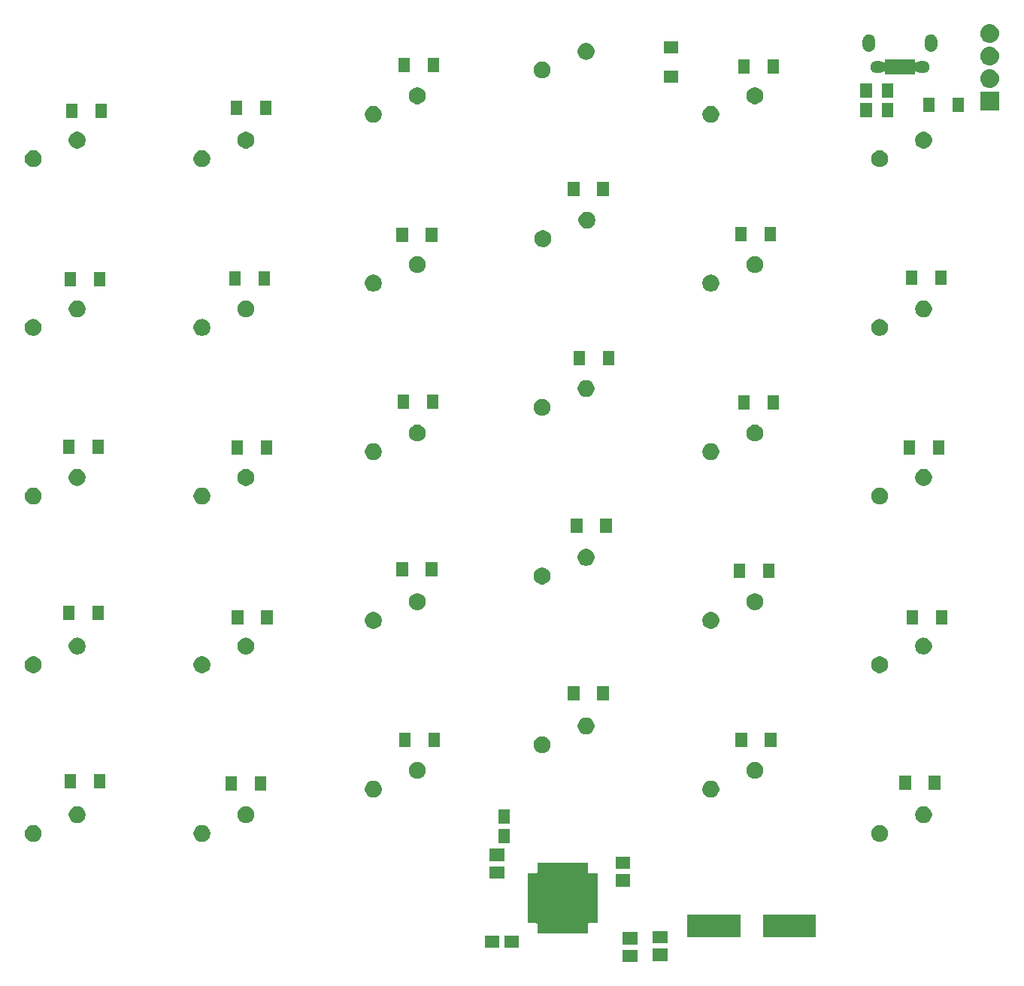
<source format=gbr>
G04 #@! TF.GenerationSoftware,KiCad,Pcbnew,(5.0.1-3-g963ef8bb5)*
G04 #@! TF.CreationDate,2019-02-26T10:41:44-08:00*
G04 #@! TF.ProjectId,atreus-butterfly-62,6174726575732D627574746572666C79,rev?*
G04 #@! TF.SameCoordinates,Original*
G04 #@! TF.FileFunction,Soldermask,Top*
G04 #@! TF.FilePolarity,Negative*
%FSLAX46Y46*%
G04 Gerber Fmt 4.6, Leading zero omitted, Abs format (unit mm)*
G04 Created by KiCad (PCBNEW (5.0.1-3-g963ef8bb5)) date Tuesday, February 26, 2019 at 10:41:44 AM*
%MOMM*%
%LPD*%
G01*
G04 APERTURE LIST*
%ADD10C,0.100000*%
G04 APERTURE END LIST*
D10*
G36*
X111825000Y-151800000D02*
X110175000Y-151800000D01*
X110175000Y-150400000D01*
X111825000Y-150400000D01*
X111825000Y-151800000D01*
X111825000Y-151800000D01*
G37*
G36*
X115225000Y-151700000D02*
X113575000Y-151700000D01*
X113575000Y-150300000D01*
X115225000Y-150300000D01*
X115225000Y-151700000D01*
X115225000Y-151700000D01*
G37*
G36*
X98500000Y-150150000D02*
X96900000Y-150150000D01*
X96900000Y-148850000D01*
X98500000Y-148850000D01*
X98500000Y-150150000D01*
X98500000Y-150150000D01*
G37*
G36*
X96300000Y-150150000D02*
X94700000Y-150150000D01*
X94700000Y-148850000D01*
X96300000Y-148850000D01*
X96300000Y-150150000D01*
X96300000Y-150150000D01*
G37*
G36*
X111825000Y-149800000D02*
X110175000Y-149800000D01*
X110175000Y-148400000D01*
X111825000Y-148400000D01*
X111825000Y-149800000D01*
X111825000Y-149800000D01*
G37*
G36*
X115225000Y-149700000D02*
X113575000Y-149700000D01*
X113575000Y-148300000D01*
X115225000Y-148300000D01*
X115225000Y-149700000D01*
X115225000Y-149700000D01*
G37*
G36*
X123450000Y-148950000D02*
X117450000Y-148950000D01*
X117450000Y-146450000D01*
X123450000Y-146450000D01*
X123450000Y-148950000D01*
X123450000Y-148950000D01*
G37*
G36*
X131950000Y-148950000D02*
X125950000Y-148950000D01*
X125950000Y-146450000D01*
X131950000Y-146450000D01*
X131950000Y-148950000D01*
X131950000Y-148950000D01*
G37*
G36*
X106225000Y-141650000D02*
X106227402Y-141674386D01*
X106234515Y-141697835D01*
X106246066Y-141719446D01*
X106261612Y-141738388D01*
X106280554Y-141753934D01*
X106302165Y-141765485D01*
X106325614Y-141772598D01*
X106350000Y-141775000D01*
X107350000Y-141775000D01*
X107350000Y-147425000D01*
X106350000Y-147425000D01*
X106325614Y-147427402D01*
X106302165Y-147434515D01*
X106280554Y-147446066D01*
X106261612Y-147461612D01*
X106246066Y-147480554D01*
X106234515Y-147502165D01*
X106227402Y-147525614D01*
X106225000Y-147550000D01*
X106225000Y-148550000D01*
X100575000Y-148550000D01*
X100575000Y-147550000D01*
X100572598Y-147525614D01*
X100565485Y-147502165D01*
X100553934Y-147480554D01*
X100538388Y-147461612D01*
X100519446Y-147446066D01*
X100497835Y-147434515D01*
X100474386Y-147427402D01*
X100450000Y-147425000D01*
X99450000Y-147425000D01*
X99450000Y-141775000D01*
X100450000Y-141775000D01*
X100474386Y-141772598D01*
X100497835Y-141765485D01*
X100519446Y-141753934D01*
X100538388Y-141738388D01*
X100553934Y-141719446D01*
X100565485Y-141697835D01*
X100572598Y-141674386D01*
X100575000Y-141650000D01*
X100575000Y-140650000D01*
X106225000Y-140650000D01*
X106225000Y-141650000D01*
X106225000Y-141650000D01*
G37*
G36*
X111025000Y-143300000D02*
X109375000Y-143300000D01*
X109375000Y-141900000D01*
X111025000Y-141900000D01*
X111025000Y-143300000D01*
X111025000Y-143300000D01*
G37*
G36*
X96825000Y-142400000D02*
X95175000Y-142400000D01*
X95175000Y-141000000D01*
X96825000Y-141000000D01*
X96825000Y-142400000D01*
X96825000Y-142400000D01*
G37*
G36*
X111025000Y-141300000D02*
X109375000Y-141300000D01*
X109375000Y-139900000D01*
X111025000Y-139900000D01*
X111025000Y-141300000D01*
X111025000Y-141300000D01*
G37*
G36*
X96825000Y-140400000D02*
X95175000Y-140400000D01*
X95175000Y-139000000D01*
X96825000Y-139000000D01*
X96825000Y-140400000D01*
X96825000Y-140400000D01*
G37*
G36*
X97450000Y-138400000D02*
X96150000Y-138400000D01*
X96150000Y-136800000D01*
X97450000Y-136800000D01*
X97450000Y-138400000D01*
X97450000Y-138400000D01*
G37*
G36*
X43939451Y-136359127D02*
X44077105Y-136386508D01*
X44249994Y-136458121D01*
X44405590Y-136562087D01*
X44537913Y-136694410D01*
X44641879Y-136850006D01*
X44713492Y-137022895D01*
X44750000Y-137206433D01*
X44750000Y-137393567D01*
X44713492Y-137577105D01*
X44641879Y-137749994D01*
X44537913Y-137905590D01*
X44405590Y-138037913D01*
X44249994Y-138141879D01*
X44077105Y-138213492D01*
X43939452Y-138240873D01*
X43893568Y-138250000D01*
X43706432Y-138250000D01*
X43660548Y-138240873D01*
X43522895Y-138213492D01*
X43350006Y-138141879D01*
X43194410Y-138037913D01*
X43062087Y-137905590D01*
X42958121Y-137749994D01*
X42886508Y-137577105D01*
X42850000Y-137393567D01*
X42850000Y-137206433D01*
X42886508Y-137022895D01*
X42958121Y-136850006D01*
X43062087Y-136694410D01*
X43194410Y-136562087D01*
X43350006Y-136458121D01*
X43522895Y-136386508D01*
X43660549Y-136359127D01*
X43706432Y-136350000D01*
X43893568Y-136350000D01*
X43939451Y-136359127D01*
X43939451Y-136359127D01*
G37*
G36*
X139239451Y-136359127D02*
X139377105Y-136386508D01*
X139549994Y-136458121D01*
X139705590Y-136562087D01*
X139837913Y-136694410D01*
X139941879Y-136850006D01*
X140013492Y-137022895D01*
X140050000Y-137206433D01*
X140050000Y-137393567D01*
X140013492Y-137577105D01*
X139941879Y-137749994D01*
X139837913Y-137905590D01*
X139705590Y-138037913D01*
X139549994Y-138141879D01*
X139377105Y-138213492D01*
X139239452Y-138240873D01*
X139193568Y-138250000D01*
X139006432Y-138250000D01*
X138960548Y-138240873D01*
X138822895Y-138213492D01*
X138650006Y-138141879D01*
X138494410Y-138037913D01*
X138362087Y-137905590D01*
X138258121Y-137749994D01*
X138186508Y-137577105D01*
X138150000Y-137393567D01*
X138150000Y-137206433D01*
X138186508Y-137022895D01*
X138258121Y-136850006D01*
X138362087Y-136694410D01*
X138494410Y-136562087D01*
X138650006Y-136458121D01*
X138822895Y-136386508D01*
X138960549Y-136359127D01*
X139006432Y-136350000D01*
X139193568Y-136350000D01*
X139239451Y-136359127D01*
X139239451Y-136359127D01*
G37*
G36*
X62939451Y-136359127D02*
X63077105Y-136386508D01*
X63249994Y-136458121D01*
X63405590Y-136562087D01*
X63537913Y-136694410D01*
X63641879Y-136850006D01*
X63713492Y-137022895D01*
X63750000Y-137206433D01*
X63750000Y-137393567D01*
X63713492Y-137577105D01*
X63641879Y-137749994D01*
X63537913Y-137905590D01*
X63405590Y-138037913D01*
X63249994Y-138141879D01*
X63077105Y-138213492D01*
X62939452Y-138240873D01*
X62893568Y-138250000D01*
X62706432Y-138250000D01*
X62660548Y-138240873D01*
X62522895Y-138213492D01*
X62350006Y-138141879D01*
X62194410Y-138037913D01*
X62062087Y-137905590D01*
X61958121Y-137749994D01*
X61886508Y-137577105D01*
X61850000Y-137393567D01*
X61850000Y-137206433D01*
X61886508Y-137022895D01*
X61958121Y-136850006D01*
X62062087Y-136694410D01*
X62194410Y-136562087D01*
X62350006Y-136458121D01*
X62522895Y-136386508D01*
X62660549Y-136359127D01*
X62706432Y-136350000D01*
X62893568Y-136350000D01*
X62939451Y-136359127D01*
X62939451Y-136359127D01*
G37*
G36*
X97450000Y-136200000D02*
X96150000Y-136200000D01*
X96150000Y-134600000D01*
X97450000Y-134600000D01*
X97450000Y-136200000D01*
X97450000Y-136200000D01*
G37*
G36*
X48889451Y-134259127D02*
X49027105Y-134286508D01*
X49199994Y-134358121D01*
X49355590Y-134462087D01*
X49487913Y-134594410D01*
X49591879Y-134750006D01*
X49663492Y-134922895D01*
X49700000Y-135106433D01*
X49700000Y-135293567D01*
X49663492Y-135477105D01*
X49591879Y-135649994D01*
X49487913Y-135805590D01*
X49355590Y-135937913D01*
X49199994Y-136041879D01*
X49027105Y-136113492D01*
X48889451Y-136140873D01*
X48843568Y-136150000D01*
X48656432Y-136150000D01*
X48610549Y-136140873D01*
X48472895Y-136113492D01*
X48300006Y-136041879D01*
X48144410Y-135937913D01*
X48012087Y-135805590D01*
X47908121Y-135649994D01*
X47836508Y-135477105D01*
X47800000Y-135293567D01*
X47800000Y-135106433D01*
X47836508Y-134922895D01*
X47908121Y-134750006D01*
X48012087Y-134594410D01*
X48144410Y-134462087D01*
X48300006Y-134358121D01*
X48472895Y-134286508D01*
X48610549Y-134259127D01*
X48656432Y-134250000D01*
X48843568Y-134250000D01*
X48889451Y-134259127D01*
X48889451Y-134259127D01*
G37*
G36*
X67889451Y-134259127D02*
X68027105Y-134286508D01*
X68199994Y-134358121D01*
X68355590Y-134462087D01*
X68487913Y-134594410D01*
X68591879Y-134750006D01*
X68663492Y-134922895D01*
X68700000Y-135106433D01*
X68700000Y-135293567D01*
X68663492Y-135477105D01*
X68591879Y-135649994D01*
X68487913Y-135805590D01*
X68355590Y-135937913D01*
X68199994Y-136041879D01*
X68027105Y-136113492D01*
X67889451Y-136140873D01*
X67843568Y-136150000D01*
X67656432Y-136150000D01*
X67610549Y-136140873D01*
X67472895Y-136113492D01*
X67300006Y-136041879D01*
X67144410Y-135937913D01*
X67012087Y-135805590D01*
X66908121Y-135649994D01*
X66836508Y-135477105D01*
X66800000Y-135293567D01*
X66800000Y-135106433D01*
X66836508Y-134922895D01*
X66908121Y-134750006D01*
X67012087Y-134594410D01*
X67144410Y-134462087D01*
X67300006Y-134358121D01*
X67472895Y-134286508D01*
X67610549Y-134259127D01*
X67656432Y-134250000D01*
X67843568Y-134250000D01*
X67889451Y-134259127D01*
X67889451Y-134259127D01*
G37*
G36*
X144189451Y-134259127D02*
X144327105Y-134286508D01*
X144499994Y-134358121D01*
X144655590Y-134462087D01*
X144787913Y-134594410D01*
X144891879Y-134750006D01*
X144963492Y-134922895D01*
X145000000Y-135106433D01*
X145000000Y-135293567D01*
X144963492Y-135477105D01*
X144891879Y-135649994D01*
X144787913Y-135805590D01*
X144655590Y-135937913D01*
X144499994Y-136041879D01*
X144327105Y-136113492D01*
X144189451Y-136140873D01*
X144143568Y-136150000D01*
X143956432Y-136150000D01*
X143910549Y-136140873D01*
X143772895Y-136113492D01*
X143600006Y-136041879D01*
X143444410Y-135937913D01*
X143312087Y-135805590D01*
X143208121Y-135649994D01*
X143136508Y-135477105D01*
X143100000Y-135293567D01*
X143100000Y-135106433D01*
X143136508Y-134922895D01*
X143208121Y-134750006D01*
X143312087Y-134594410D01*
X143444410Y-134462087D01*
X143600006Y-134358121D01*
X143772895Y-134286508D01*
X143910549Y-134259127D01*
X143956432Y-134250000D01*
X144143568Y-134250000D01*
X144189451Y-134259127D01*
X144189451Y-134259127D01*
G37*
G36*
X120239452Y-131359127D02*
X120377105Y-131386508D01*
X120549994Y-131458121D01*
X120705590Y-131562087D01*
X120837913Y-131694410D01*
X120941879Y-131850006D01*
X121013492Y-132022895D01*
X121040873Y-132160549D01*
X121050000Y-132206432D01*
X121050000Y-132393568D01*
X121040873Y-132439451D01*
X121013492Y-132577105D01*
X120941879Y-132749994D01*
X120837913Y-132905590D01*
X120705590Y-133037913D01*
X120549994Y-133141879D01*
X120377105Y-133213492D01*
X120239451Y-133240873D01*
X120193568Y-133250000D01*
X120006432Y-133250000D01*
X119960549Y-133240873D01*
X119822895Y-133213492D01*
X119650006Y-133141879D01*
X119494410Y-133037913D01*
X119362087Y-132905590D01*
X119258121Y-132749994D01*
X119186508Y-132577105D01*
X119159127Y-132439451D01*
X119150000Y-132393568D01*
X119150000Y-132206432D01*
X119159127Y-132160549D01*
X119186508Y-132022895D01*
X119258121Y-131850006D01*
X119362087Y-131694410D01*
X119494410Y-131562087D01*
X119650006Y-131458121D01*
X119822895Y-131386508D01*
X119960548Y-131359127D01*
X120006432Y-131350000D01*
X120193568Y-131350000D01*
X120239452Y-131359127D01*
X120239452Y-131359127D01*
G37*
G36*
X82239452Y-131359127D02*
X82377105Y-131386508D01*
X82549994Y-131458121D01*
X82705590Y-131562087D01*
X82837913Y-131694410D01*
X82941879Y-131850006D01*
X83013492Y-132022895D01*
X83040873Y-132160549D01*
X83050000Y-132206432D01*
X83050000Y-132393568D01*
X83040873Y-132439451D01*
X83013492Y-132577105D01*
X82941879Y-132749994D01*
X82837913Y-132905590D01*
X82705590Y-133037913D01*
X82549994Y-133141879D01*
X82377105Y-133213492D01*
X82239451Y-133240873D01*
X82193568Y-133250000D01*
X82006432Y-133250000D01*
X81960549Y-133240873D01*
X81822895Y-133213492D01*
X81650006Y-133141879D01*
X81494410Y-133037913D01*
X81362087Y-132905590D01*
X81258121Y-132749994D01*
X81186508Y-132577105D01*
X81159127Y-132439451D01*
X81150000Y-132393568D01*
X81150000Y-132206432D01*
X81159127Y-132160549D01*
X81186508Y-132022895D01*
X81258121Y-131850006D01*
X81362087Y-131694410D01*
X81494410Y-131562087D01*
X81650006Y-131458121D01*
X81822895Y-131386508D01*
X81960548Y-131359127D01*
X82006432Y-131350000D01*
X82193568Y-131350000D01*
X82239452Y-131359127D01*
X82239452Y-131359127D01*
G37*
G36*
X70050000Y-132450000D02*
X68750000Y-132450000D01*
X68750000Y-130850000D01*
X70050000Y-130850000D01*
X70050000Y-132450000D01*
X70050000Y-132450000D01*
G37*
G36*
X66750000Y-132450000D02*
X65450000Y-132450000D01*
X65450000Y-130850000D01*
X66750000Y-130850000D01*
X66750000Y-132450000D01*
X66750000Y-132450000D01*
G37*
G36*
X145950000Y-132400000D02*
X144650000Y-132400000D01*
X144650000Y-130800000D01*
X145950000Y-130800000D01*
X145950000Y-132400000D01*
X145950000Y-132400000D01*
G37*
G36*
X142650000Y-132400000D02*
X141350000Y-132400000D01*
X141350000Y-130800000D01*
X142650000Y-130800000D01*
X142650000Y-132400000D01*
X142650000Y-132400000D01*
G37*
G36*
X48600000Y-132250000D02*
X47300000Y-132250000D01*
X47300000Y-130650000D01*
X48600000Y-130650000D01*
X48600000Y-132250000D01*
X48600000Y-132250000D01*
G37*
G36*
X51900000Y-132250000D02*
X50600000Y-132250000D01*
X50600000Y-130650000D01*
X51900000Y-130650000D01*
X51900000Y-132250000D01*
X51900000Y-132250000D01*
G37*
G36*
X87189451Y-129259127D02*
X87327105Y-129286508D01*
X87499994Y-129358121D01*
X87655590Y-129462087D01*
X87787913Y-129594410D01*
X87891879Y-129750006D01*
X87963492Y-129922895D01*
X88000000Y-130106433D01*
X88000000Y-130293567D01*
X87963492Y-130477105D01*
X87891879Y-130649994D01*
X87787913Y-130805590D01*
X87655590Y-130937913D01*
X87499994Y-131041879D01*
X87327105Y-131113492D01*
X87189451Y-131140873D01*
X87143568Y-131150000D01*
X86956432Y-131150000D01*
X86910549Y-131140873D01*
X86772895Y-131113492D01*
X86600006Y-131041879D01*
X86444410Y-130937913D01*
X86312087Y-130805590D01*
X86208121Y-130649994D01*
X86136508Y-130477105D01*
X86100000Y-130293567D01*
X86100000Y-130106433D01*
X86136508Y-129922895D01*
X86208121Y-129750006D01*
X86312087Y-129594410D01*
X86444410Y-129462087D01*
X86600006Y-129358121D01*
X86772895Y-129286508D01*
X86910549Y-129259127D01*
X86956432Y-129250000D01*
X87143568Y-129250000D01*
X87189451Y-129259127D01*
X87189451Y-129259127D01*
G37*
G36*
X125189451Y-129259127D02*
X125327105Y-129286508D01*
X125499994Y-129358121D01*
X125655590Y-129462087D01*
X125787913Y-129594410D01*
X125891879Y-129750006D01*
X125963492Y-129922895D01*
X126000000Y-130106433D01*
X126000000Y-130293567D01*
X125963492Y-130477105D01*
X125891879Y-130649994D01*
X125787913Y-130805590D01*
X125655590Y-130937913D01*
X125499994Y-131041879D01*
X125327105Y-131113492D01*
X125189451Y-131140873D01*
X125143568Y-131150000D01*
X124956432Y-131150000D01*
X124910549Y-131140873D01*
X124772895Y-131113492D01*
X124600006Y-131041879D01*
X124444410Y-130937913D01*
X124312087Y-130805590D01*
X124208121Y-130649994D01*
X124136508Y-130477105D01*
X124100000Y-130293567D01*
X124100000Y-130106433D01*
X124136508Y-129922895D01*
X124208121Y-129750006D01*
X124312087Y-129594410D01*
X124444410Y-129462087D01*
X124600006Y-129358121D01*
X124772895Y-129286508D01*
X124910549Y-129259127D01*
X124956432Y-129250000D01*
X125143568Y-129250000D01*
X125189451Y-129259127D01*
X125189451Y-129259127D01*
G37*
G36*
X101239451Y-126359127D02*
X101377105Y-126386508D01*
X101549994Y-126458121D01*
X101705590Y-126562087D01*
X101837913Y-126694410D01*
X101941879Y-126850006D01*
X102013492Y-127022895D01*
X102050000Y-127206433D01*
X102050000Y-127393567D01*
X102013492Y-127577105D01*
X101941879Y-127749994D01*
X101837913Y-127905590D01*
X101705590Y-128037913D01*
X101549994Y-128141879D01*
X101377105Y-128213492D01*
X101239452Y-128240873D01*
X101193568Y-128250000D01*
X101006432Y-128250000D01*
X100960548Y-128240873D01*
X100822895Y-128213492D01*
X100650006Y-128141879D01*
X100494410Y-128037913D01*
X100362087Y-127905590D01*
X100258121Y-127749994D01*
X100186508Y-127577105D01*
X100150000Y-127393567D01*
X100150000Y-127206433D01*
X100186508Y-127022895D01*
X100258121Y-126850006D01*
X100362087Y-126694410D01*
X100494410Y-126562087D01*
X100650006Y-126458121D01*
X100822895Y-126386508D01*
X100960549Y-126359127D01*
X101006432Y-126350000D01*
X101193568Y-126350000D01*
X101239451Y-126359127D01*
X101239451Y-126359127D01*
G37*
G36*
X89600000Y-127600000D02*
X88300000Y-127600000D01*
X88300000Y-126000000D01*
X89600000Y-126000000D01*
X89600000Y-127600000D01*
X89600000Y-127600000D01*
G37*
G36*
X86300000Y-127600000D02*
X85000000Y-127600000D01*
X85000000Y-126000000D01*
X86300000Y-126000000D01*
X86300000Y-127600000D01*
X86300000Y-127600000D01*
G37*
G36*
X124200000Y-127550000D02*
X122900000Y-127550000D01*
X122900000Y-125950000D01*
X124200000Y-125950000D01*
X124200000Y-127550000D01*
X124200000Y-127550000D01*
G37*
G36*
X127500000Y-127550000D02*
X126200000Y-127550000D01*
X126200000Y-125950000D01*
X127500000Y-125950000D01*
X127500000Y-127550000D01*
X127500000Y-127550000D01*
G37*
G36*
X106189451Y-124259127D02*
X106327105Y-124286508D01*
X106499994Y-124358121D01*
X106655590Y-124462087D01*
X106787913Y-124594410D01*
X106891879Y-124750006D01*
X106963492Y-124922895D01*
X107000000Y-125106433D01*
X107000000Y-125293567D01*
X106963492Y-125477105D01*
X106891879Y-125649994D01*
X106787913Y-125805590D01*
X106655590Y-125937913D01*
X106499994Y-126041879D01*
X106327105Y-126113492D01*
X106189451Y-126140873D01*
X106143568Y-126150000D01*
X105956432Y-126150000D01*
X105910549Y-126140873D01*
X105772895Y-126113492D01*
X105600006Y-126041879D01*
X105444410Y-125937913D01*
X105312087Y-125805590D01*
X105208121Y-125649994D01*
X105136508Y-125477105D01*
X105100000Y-125293567D01*
X105100000Y-125106433D01*
X105136508Y-124922895D01*
X105208121Y-124750006D01*
X105312087Y-124594410D01*
X105444410Y-124462087D01*
X105600006Y-124358121D01*
X105772895Y-124286508D01*
X105910549Y-124259127D01*
X105956432Y-124250000D01*
X106143568Y-124250000D01*
X106189451Y-124259127D01*
X106189451Y-124259127D01*
G37*
G36*
X108600000Y-122300000D02*
X107300000Y-122300000D01*
X107300000Y-120700000D01*
X108600000Y-120700000D01*
X108600000Y-122300000D01*
X108600000Y-122300000D01*
G37*
G36*
X105300000Y-122300000D02*
X104000000Y-122300000D01*
X104000000Y-120700000D01*
X105300000Y-120700000D01*
X105300000Y-122300000D01*
X105300000Y-122300000D01*
G37*
G36*
X62939452Y-117359127D02*
X63077105Y-117386508D01*
X63249994Y-117458121D01*
X63405590Y-117562087D01*
X63537913Y-117694410D01*
X63641879Y-117850006D01*
X63713492Y-118022895D01*
X63750000Y-118206433D01*
X63750000Y-118393567D01*
X63713492Y-118577105D01*
X63641879Y-118749994D01*
X63537913Y-118905590D01*
X63405590Y-119037913D01*
X63249994Y-119141879D01*
X63077105Y-119213492D01*
X62939452Y-119240873D01*
X62893568Y-119250000D01*
X62706432Y-119250000D01*
X62660548Y-119240873D01*
X62522895Y-119213492D01*
X62350006Y-119141879D01*
X62194410Y-119037913D01*
X62062087Y-118905590D01*
X61958121Y-118749994D01*
X61886508Y-118577105D01*
X61850000Y-118393567D01*
X61850000Y-118206433D01*
X61886508Y-118022895D01*
X61958121Y-117850006D01*
X62062087Y-117694410D01*
X62194410Y-117562087D01*
X62350006Y-117458121D01*
X62522895Y-117386508D01*
X62660548Y-117359127D01*
X62706432Y-117350000D01*
X62893568Y-117350000D01*
X62939452Y-117359127D01*
X62939452Y-117359127D01*
G37*
G36*
X139239452Y-117359127D02*
X139377105Y-117386508D01*
X139549994Y-117458121D01*
X139705590Y-117562087D01*
X139837913Y-117694410D01*
X139941879Y-117850006D01*
X140013492Y-118022895D01*
X140050000Y-118206433D01*
X140050000Y-118393567D01*
X140013492Y-118577105D01*
X139941879Y-118749994D01*
X139837913Y-118905590D01*
X139705590Y-119037913D01*
X139549994Y-119141879D01*
X139377105Y-119213492D01*
X139239452Y-119240873D01*
X139193568Y-119250000D01*
X139006432Y-119250000D01*
X138960548Y-119240873D01*
X138822895Y-119213492D01*
X138650006Y-119141879D01*
X138494410Y-119037913D01*
X138362087Y-118905590D01*
X138258121Y-118749994D01*
X138186508Y-118577105D01*
X138150000Y-118393567D01*
X138150000Y-118206433D01*
X138186508Y-118022895D01*
X138258121Y-117850006D01*
X138362087Y-117694410D01*
X138494410Y-117562087D01*
X138650006Y-117458121D01*
X138822895Y-117386508D01*
X138960548Y-117359127D01*
X139006432Y-117350000D01*
X139193568Y-117350000D01*
X139239452Y-117359127D01*
X139239452Y-117359127D01*
G37*
G36*
X43939452Y-117359127D02*
X44077105Y-117386508D01*
X44249994Y-117458121D01*
X44405590Y-117562087D01*
X44537913Y-117694410D01*
X44641879Y-117850006D01*
X44713492Y-118022895D01*
X44750000Y-118206433D01*
X44750000Y-118393567D01*
X44713492Y-118577105D01*
X44641879Y-118749994D01*
X44537913Y-118905590D01*
X44405590Y-119037913D01*
X44249994Y-119141879D01*
X44077105Y-119213492D01*
X43939452Y-119240873D01*
X43893568Y-119250000D01*
X43706432Y-119250000D01*
X43660548Y-119240873D01*
X43522895Y-119213492D01*
X43350006Y-119141879D01*
X43194410Y-119037913D01*
X43062087Y-118905590D01*
X42958121Y-118749994D01*
X42886508Y-118577105D01*
X42850000Y-118393567D01*
X42850000Y-118206433D01*
X42886508Y-118022895D01*
X42958121Y-117850006D01*
X43062087Y-117694410D01*
X43194410Y-117562087D01*
X43350006Y-117458121D01*
X43522895Y-117386508D01*
X43660548Y-117359127D01*
X43706432Y-117350000D01*
X43893568Y-117350000D01*
X43939452Y-117359127D01*
X43939452Y-117359127D01*
G37*
G36*
X144189452Y-115259127D02*
X144327105Y-115286508D01*
X144499994Y-115358121D01*
X144655590Y-115462087D01*
X144787913Y-115594410D01*
X144891879Y-115750006D01*
X144963492Y-115922895D01*
X145000000Y-116106433D01*
X145000000Y-116293567D01*
X144963492Y-116477105D01*
X144891879Y-116649994D01*
X144787913Y-116805590D01*
X144655590Y-116937913D01*
X144499994Y-117041879D01*
X144327105Y-117113492D01*
X144189451Y-117140873D01*
X144143568Y-117150000D01*
X143956432Y-117150000D01*
X143910549Y-117140873D01*
X143772895Y-117113492D01*
X143600006Y-117041879D01*
X143444410Y-116937913D01*
X143312087Y-116805590D01*
X143208121Y-116649994D01*
X143136508Y-116477105D01*
X143100000Y-116293567D01*
X143100000Y-116106433D01*
X143136508Y-115922895D01*
X143208121Y-115750006D01*
X143312087Y-115594410D01*
X143444410Y-115462087D01*
X143600006Y-115358121D01*
X143772895Y-115286508D01*
X143910548Y-115259127D01*
X143956432Y-115250000D01*
X144143568Y-115250000D01*
X144189452Y-115259127D01*
X144189452Y-115259127D01*
G37*
G36*
X67889452Y-115259127D02*
X68027105Y-115286508D01*
X68199994Y-115358121D01*
X68355590Y-115462087D01*
X68487913Y-115594410D01*
X68591879Y-115750006D01*
X68663492Y-115922895D01*
X68700000Y-116106433D01*
X68700000Y-116293567D01*
X68663492Y-116477105D01*
X68591879Y-116649994D01*
X68487913Y-116805590D01*
X68355590Y-116937913D01*
X68199994Y-117041879D01*
X68027105Y-117113492D01*
X67889451Y-117140873D01*
X67843568Y-117150000D01*
X67656432Y-117150000D01*
X67610549Y-117140873D01*
X67472895Y-117113492D01*
X67300006Y-117041879D01*
X67144410Y-116937913D01*
X67012087Y-116805590D01*
X66908121Y-116649994D01*
X66836508Y-116477105D01*
X66800000Y-116293567D01*
X66800000Y-116106433D01*
X66836508Y-115922895D01*
X66908121Y-115750006D01*
X67012087Y-115594410D01*
X67144410Y-115462087D01*
X67300006Y-115358121D01*
X67472895Y-115286508D01*
X67610548Y-115259127D01*
X67656432Y-115250000D01*
X67843568Y-115250000D01*
X67889452Y-115259127D01*
X67889452Y-115259127D01*
G37*
G36*
X48889452Y-115259127D02*
X49027105Y-115286508D01*
X49199994Y-115358121D01*
X49355590Y-115462087D01*
X49487913Y-115594410D01*
X49591879Y-115750006D01*
X49663492Y-115922895D01*
X49700000Y-116106433D01*
X49700000Y-116293567D01*
X49663492Y-116477105D01*
X49591879Y-116649994D01*
X49487913Y-116805590D01*
X49355590Y-116937913D01*
X49199994Y-117041879D01*
X49027105Y-117113492D01*
X48889451Y-117140873D01*
X48843568Y-117150000D01*
X48656432Y-117150000D01*
X48610549Y-117140873D01*
X48472895Y-117113492D01*
X48300006Y-117041879D01*
X48144410Y-116937913D01*
X48012087Y-116805590D01*
X47908121Y-116649994D01*
X47836508Y-116477105D01*
X47800000Y-116293567D01*
X47800000Y-116106433D01*
X47836508Y-115922895D01*
X47908121Y-115750006D01*
X48012087Y-115594410D01*
X48144410Y-115462087D01*
X48300006Y-115358121D01*
X48472895Y-115286508D01*
X48610548Y-115259127D01*
X48656432Y-115250000D01*
X48843568Y-115250000D01*
X48889452Y-115259127D01*
X48889452Y-115259127D01*
G37*
G36*
X82239451Y-112359127D02*
X82377105Y-112386508D01*
X82549994Y-112458121D01*
X82705590Y-112562087D01*
X82837913Y-112694410D01*
X82941879Y-112850006D01*
X83013492Y-113022895D01*
X83050000Y-113206433D01*
X83050000Y-113393567D01*
X83013492Y-113577105D01*
X82941879Y-113749994D01*
X82837913Y-113905590D01*
X82705590Y-114037913D01*
X82549994Y-114141879D01*
X82377105Y-114213492D01*
X82239452Y-114240873D01*
X82193568Y-114250000D01*
X82006432Y-114250000D01*
X81960548Y-114240873D01*
X81822895Y-114213492D01*
X81650006Y-114141879D01*
X81494410Y-114037913D01*
X81362087Y-113905590D01*
X81258121Y-113749994D01*
X81186508Y-113577105D01*
X81150000Y-113393567D01*
X81150000Y-113206433D01*
X81186508Y-113022895D01*
X81258121Y-112850006D01*
X81362087Y-112694410D01*
X81494410Y-112562087D01*
X81650006Y-112458121D01*
X81822895Y-112386508D01*
X81960549Y-112359127D01*
X82006432Y-112350000D01*
X82193568Y-112350000D01*
X82239451Y-112359127D01*
X82239451Y-112359127D01*
G37*
G36*
X120239451Y-112359127D02*
X120377105Y-112386508D01*
X120549994Y-112458121D01*
X120705590Y-112562087D01*
X120837913Y-112694410D01*
X120941879Y-112850006D01*
X121013492Y-113022895D01*
X121050000Y-113206433D01*
X121050000Y-113393567D01*
X121013492Y-113577105D01*
X120941879Y-113749994D01*
X120837913Y-113905590D01*
X120705590Y-114037913D01*
X120549994Y-114141879D01*
X120377105Y-114213492D01*
X120239452Y-114240873D01*
X120193568Y-114250000D01*
X120006432Y-114250000D01*
X119960548Y-114240873D01*
X119822895Y-114213492D01*
X119650006Y-114141879D01*
X119494410Y-114037913D01*
X119362087Y-113905590D01*
X119258121Y-113749994D01*
X119186508Y-113577105D01*
X119150000Y-113393567D01*
X119150000Y-113206433D01*
X119186508Y-113022895D01*
X119258121Y-112850006D01*
X119362087Y-112694410D01*
X119494410Y-112562087D01*
X119650006Y-112458121D01*
X119822895Y-112386508D01*
X119960549Y-112359127D01*
X120006432Y-112350000D01*
X120193568Y-112350000D01*
X120239451Y-112359127D01*
X120239451Y-112359127D01*
G37*
G36*
X146750000Y-113800000D02*
X145450000Y-113800000D01*
X145450000Y-112200000D01*
X146750000Y-112200000D01*
X146750000Y-113800000D01*
X146750000Y-113800000D01*
G37*
G36*
X143450000Y-113800000D02*
X142150000Y-113800000D01*
X142150000Y-112200000D01*
X143450000Y-112200000D01*
X143450000Y-113800000D01*
X143450000Y-113800000D01*
G37*
G36*
X67450000Y-113750000D02*
X66150000Y-113750000D01*
X66150000Y-112150000D01*
X67450000Y-112150000D01*
X67450000Y-113750000D01*
X67450000Y-113750000D01*
G37*
G36*
X70750000Y-113750000D02*
X69450000Y-113750000D01*
X69450000Y-112150000D01*
X70750000Y-112150000D01*
X70750000Y-113750000D01*
X70750000Y-113750000D01*
G37*
G36*
X51750000Y-113250000D02*
X50450000Y-113250000D01*
X50450000Y-111650000D01*
X51750000Y-111650000D01*
X51750000Y-113250000D01*
X51750000Y-113250000D01*
G37*
G36*
X48450000Y-113250000D02*
X47150000Y-113250000D01*
X47150000Y-111650000D01*
X48450000Y-111650000D01*
X48450000Y-113250000D01*
X48450000Y-113250000D01*
G37*
G36*
X125189452Y-110259127D02*
X125327105Y-110286508D01*
X125499994Y-110358121D01*
X125655590Y-110462087D01*
X125787913Y-110594410D01*
X125891879Y-110750006D01*
X125963492Y-110922895D01*
X126000000Y-111106433D01*
X126000000Y-111293567D01*
X125963492Y-111477105D01*
X125891879Y-111649994D01*
X125787913Y-111805590D01*
X125655590Y-111937913D01*
X125499994Y-112041879D01*
X125327105Y-112113492D01*
X125189452Y-112140873D01*
X125143568Y-112150000D01*
X124956432Y-112150000D01*
X124910548Y-112140873D01*
X124772895Y-112113492D01*
X124600006Y-112041879D01*
X124444410Y-111937913D01*
X124312087Y-111805590D01*
X124208121Y-111649994D01*
X124136508Y-111477105D01*
X124100000Y-111293567D01*
X124100000Y-111106433D01*
X124136508Y-110922895D01*
X124208121Y-110750006D01*
X124312087Y-110594410D01*
X124444410Y-110462087D01*
X124600006Y-110358121D01*
X124772895Y-110286508D01*
X124910548Y-110259127D01*
X124956432Y-110250000D01*
X125143568Y-110250000D01*
X125189452Y-110259127D01*
X125189452Y-110259127D01*
G37*
G36*
X87189452Y-110259127D02*
X87327105Y-110286508D01*
X87499994Y-110358121D01*
X87655590Y-110462087D01*
X87787913Y-110594410D01*
X87891879Y-110750006D01*
X87963492Y-110922895D01*
X88000000Y-111106433D01*
X88000000Y-111293567D01*
X87963492Y-111477105D01*
X87891879Y-111649994D01*
X87787913Y-111805590D01*
X87655590Y-111937913D01*
X87499994Y-112041879D01*
X87327105Y-112113492D01*
X87189452Y-112140873D01*
X87143568Y-112150000D01*
X86956432Y-112150000D01*
X86910548Y-112140873D01*
X86772895Y-112113492D01*
X86600006Y-112041879D01*
X86444410Y-111937913D01*
X86312087Y-111805590D01*
X86208121Y-111649994D01*
X86136508Y-111477105D01*
X86100000Y-111293567D01*
X86100000Y-111106433D01*
X86136508Y-110922895D01*
X86208121Y-110750006D01*
X86312087Y-110594410D01*
X86444410Y-110462087D01*
X86600006Y-110358121D01*
X86772895Y-110286508D01*
X86910548Y-110259127D01*
X86956432Y-110250000D01*
X87143568Y-110250000D01*
X87189452Y-110259127D01*
X87189452Y-110259127D01*
G37*
G36*
X101239452Y-107359127D02*
X101377105Y-107386508D01*
X101549994Y-107458121D01*
X101705590Y-107562087D01*
X101837913Y-107694410D01*
X101941879Y-107850006D01*
X102013492Y-108022895D01*
X102050000Y-108206433D01*
X102050000Y-108393567D01*
X102013492Y-108577105D01*
X101941879Y-108749994D01*
X101837913Y-108905590D01*
X101705590Y-109037913D01*
X101549994Y-109141879D01*
X101377105Y-109213492D01*
X101239452Y-109240873D01*
X101193568Y-109250000D01*
X101006432Y-109250000D01*
X100960548Y-109240873D01*
X100822895Y-109213492D01*
X100650006Y-109141879D01*
X100494410Y-109037913D01*
X100362087Y-108905590D01*
X100258121Y-108749994D01*
X100186508Y-108577105D01*
X100150000Y-108393567D01*
X100150000Y-108206433D01*
X100186508Y-108022895D01*
X100258121Y-107850006D01*
X100362087Y-107694410D01*
X100494410Y-107562087D01*
X100650006Y-107458121D01*
X100822895Y-107386508D01*
X100960548Y-107359127D01*
X101006432Y-107350000D01*
X101193568Y-107350000D01*
X101239452Y-107359127D01*
X101239452Y-107359127D01*
G37*
G36*
X127300000Y-108550000D02*
X126000000Y-108550000D01*
X126000000Y-106950000D01*
X127300000Y-106950000D01*
X127300000Y-108550000D01*
X127300000Y-108550000D01*
G37*
G36*
X124000000Y-108550000D02*
X122700000Y-108550000D01*
X122700000Y-106950000D01*
X124000000Y-106950000D01*
X124000000Y-108550000D01*
X124000000Y-108550000D01*
G37*
G36*
X86000000Y-108350000D02*
X84700000Y-108350000D01*
X84700000Y-106750000D01*
X86000000Y-106750000D01*
X86000000Y-108350000D01*
X86000000Y-108350000D01*
G37*
G36*
X89300000Y-108350000D02*
X88000000Y-108350000D01*
X88000000Y-106750000D01*
X89300000Y-106750000D01*
X89300000Y-108350000D01*
X89300000Y-108350000D01*
G37*
G36*
X106189451Y-105259127D02*
X106327105Y-105286508D01*
X106499994Y-105358121D01*
X106655590Y-105462087D01*
X106787913Y-105594410D01*
X106891879Y-105750006D01*
X106963492Y-105922895D01*
X107000000Y-106106433D01*
X107000000Y-106293567D01*
X106963492Y-106477105D01*
X106891879Y-106649994D01*
X106787913Y-106805590D01*
X106655590Y-106937913D01*
X106499994Y-107041879D01*
X106327105Y-107113492D01*
X106189451Y-107140873D01*
X106143568Y-107150000D01*
X105956432Y-107150000D01*
X105910549Y-107140873D01*
X105772895Y-107113492D01*
X105600006Y-107041879D01*
X105444410Y-106937913D01*
X105312087Y-106805590D01*
X105208121Y-106649994D01*
X105136508Y-106477105D01*
X105100000Y-106293567D01*
X105100000Y-106106433D01*
X105136508Y-105922895D01*
X105208121Y-105750006D01*
X105312087Y-105594410D01*
X105444410Y-105462087D01*
X105600006Y-105358121D01*
X105772895Y-105286508D01*
X105910549Y-105259127D01*
X105956432Y-105250000D01*
X106143568Y-105250000D01*
X106189451Y-105259127D01*
X106189451Y-105259127D01*
G37*
G36*
X108950000Y-103450000D02*
X107650000Y-103450000D01*
X107650000Y-101850000D01*
X108950000Y-101850000D01*
X108950000Y-103450000D01*
X108950000Y-103450000D01*
G37*
G36*
X105650000Y-103450000D02*
X104350000Y-103450000D01*
X104350000Y-101850000D01*
X105650000Y-101850000D01*
X105650000Y-103450000D01*
X105650000Y-103450000D01*
G37*
G36*
X62939452Y-98359127D02*
X63077105Y-98386508D01*
X63249994Y-98458121D01*
X63405590Y-98562087D01*
X63537913Y-98694410D01*
X63641879Y-98850006D01*
X63713492Y-99022895D01*
X63750000Y-99206433D01*
X63750000Y-99393567D01*
X63713492Y-99577105D01*
X63641879Y-99749994D01*
X63537913Y-99905590D01*
X63405590Y-100037913D01*
X63249994Y-100141879D01*
X63077105Y-100213492D01*
X62939452Y-100240873D01*
X62893568Y-100250000D01*
X62706432Y-100250000D01*
X62660549Y-100240873D01*
X62522895Y-100213492D01*
X62350006Y-100141879D01*
X62194410Y-100037913D01*
X62062087Y-99905590D01*
X61958121Y-99749994D01*
X61886508Y-99577105D01*
X61850000Y-99393567D01*
X61850000Y-99206433D01*
X61886508Y-99022895D01*
X61958121Y-98850006D01*
X62062087Y-98694410D01*
X62194410Y-98562087D01*
X62350006Y-98458121D01*
X62522895Y-98386508D01*
X62660548Y-98359127D01*
X62706432Y-98350000D01*
X62893568Y-98350000D01*
X62939452Y-98359127D01*
X62939452Y-98359127D01*
G37*
G36*
X139239452Y-98359127D02*
X139377105Y-98386508D01*
X139549994Y-98458121D01*
X139705590Y-98562087D01*
X139837913Y-98694410D01*
X139941879Y-98850006D01*
X140013492Y-99022895D01*
X140050000Y-99206433D01*
X140050000Y-99393567D01*
X140013492Y-99577105D01*
X139941879Y-99749994D01*
X139837913Y-99905590D01*
X139705590Y-100037913D01*
X139549994Y-100141879D01*
X139377105Y-100213492D01*
X139239452Y-100240873D01*
X139193568Y-100250000D01*
X139006432Y-100250000D01*
X138960549Y-100240873D01*
X138822895Y-100213492D01*
X138650006Y-100141879D01*
X138494410Y-100037913D01*
X138362087Y-99905590D01*
X138258121Y-99749994D01*
X138186508Y-99577105D01*
X138150000Y-99393567D01*
X138150000Y-99206433D01*
X138186508Y-99022895D01*
X138258121Y-98850006D01*
X138362087Y-98694410D01*
X138494410Y-98562087D01*
X138650006Y-98458121D01*
X138822895Y-98386508D01*
X138960548Y-98359127D01*
X139006432Y-98350000D01*
X139193568Y-98350000D01*
X139239452Y-98359127D01*
X139239452Y-98359127D01*
G37*
G36*
X43939452Y-98359127D02*
X44077105Y-98386508D01*
X44249994Y-98458121D01*
X44405590Y-98562087D01*
X44537913Y-98694410D01*
X44641879Y-98850006D01*
X44713492Y-99022895D01*
X44750000Y-99206433D01*
X44750000Y-99393567D01*
X44713492Y-99577105D01*
X44641879Y-99749994D01*
X44537913Y-99905590D01*
X44405590Y-100037913D01*
X44249994Y-100141879D01*
X44077105Y-100213492D01*
X43939452Y-100240873D01*
X43893568Y-100250000D01*
X43706432Y-100250000D01*
X43660549Y-100240873D01*
X43522895Y-100213492D01*
X43350006Y-100141879D01*
X43194410Y-100037913D01*
X43062087Y-99905590D01*
X42958121Y-99749994D01*
X42886508Y-99577105D01*
X42850000Y-99393567D01*
X42850000Y-99206433D01*
X42886508Y-99022895D01*
X42958121Y-98850006D01*
X43062087Y-98694410D01*
X43194410Y-98562087D01*
X43350006Y-98458121D01*
X43522895Y-98386508D01*
X43660548Y-98359127D01*
X43706432Y-98350000D01*
X43893568Y-98350000D01*
X43939452Y-98359127D01*
X43939452Y-98359127D01*
G37*
G36*
X144189451Y-96259127D02*
X144327105Y-96286508D01*
X144499994Y-96358121D01*
X144655590Y-96462087D01*
X144787913Y-96594410D01*
X144891879Y-96750006D01*
X144963492Y-96922895D01*
X145000000Y-97106433D01*
X145000000Y-97293567D01*
X144963492Y-97477105D01*
X144891879Y-97649994D01*
X144787913Y-97805590D01*
X144655590Y-97937913D01*
X144499994Y-98041879D01*
X144327105Y-98113492D01*
X144189451Y-98140873D01*
X144143568Y-98150000D01*
X143956432Y-98150000D01*
X143910549Y-98140873D01*
X143772895Y-98113492D01*
X143600006Y-98041879D01*
X143444410Y-97937913D01*
X143312087Y-97805590D01*
X143208121Y-97649994D01*
X143136508Y-97477105D01*
X143100000Y-97293567D01*
X143100000Y-97106433D01*
X143136508Y-96922895D01*
X143208121Y-96750006D01*
X143312087Y-96594410D01*
X143444410Y-96462087D01*
X143600006Y-96358121D01*
X143772895Y-96286508D01*
X143910549Y-96259127D01*
X143956432Y-96250000D01*
X144143568Y-96250000D01*
X144189451Y-96259127D01*
X144189451Y-96259127D01*
G37*
G36*
X48889451Y-96259127D02*
X49027105Y-96286508D01*
X49199994Y-96358121D01*
X49355590Y-96462087D01*
X49487913Y-96594410D01*
X49591879Y-96750006D01*
X49663492Y-96922895D01*
X49700000Y-97106433D01*
X49700000Y-97293567D01*
X49663492Y-97477105D01*
X49591879Y-97649994D01*
X49487913Y-97805590D01*
X49355590Y-97937913D01*
X49199994Y-98041879D01*
X49027105Y-98113492D01*
X48889451Y-98140873D01*
X48843568Y-98150000D01*
X48656432Y-98150000D01*
X48610549Y-98140873D01*
X48472895Y-98113492D01*
X48300006Y-98041879D01*
X48144410Y-97937913D01*
X48012087Y-97805590D01*
X47908121Y-97649994D01*
X47836508Y-97477105D01*
X47800000Y-97293567D01*
X47800000Y-97106433D01*
X47836508Y-96922895D01*
X47908121Y-96750006D01*
X48012087Y-96594410D01*
X48144410Y-96462087D01*
X48300006Y-96358121D01*
X48472895Y-96286508D01*
X48610549Y-96259127D01*
X48656432Y-96250000D01*
X48843568Y-96250000D01*
X48889451Y-96259127D01*
X48889451Y-96259127D01*
G37*
G36*
X67889451Y-96259127D02*
X68027105Y-96286508D01*
X68199994Y-96358121D01*
X68355590Y-96462087D01*
X68487913Y-96594410D01*
X68591879Y-96750006D01*
X68663492Y-96922895D01*
X68700000Y-97106433D01*
X68700000Y-97293567D01*
X68663492Y-97477105D01*
X68591879Y-97649994D01*
X68487913Y-97805590D01*
X68355590Y-97937913D01*
X68199994Y-98041879D01*
X68027105Y-98113492D01*
X67889451Y-98140873D01*
X67843568Y-98150000D01*
X67656432Y-98150000D01*
X67610549Y-98140873D01*
X67472895Y-98113492D01*
X67300006Y-98041879D01*
X67144410Y-97937913D01*
X67012087Y-97805590D01*
X66908121Y-97649994D01*
X66836508Y-97477105D01*
X66800000Y-97293567D01*
X66800000Y-97106433D01*
X66836508Y-96922895D01*
X66908121Y-96750006D01*
X67012087Y-96594410D01*
X67144410Y-96462087D01*
X67300006Y-96358121D01*
X67472895Y-96286508D01*
X67610549Y-96259127D01*
X67656432Y-96250000D01*
X67843568Y-96250000D01*
X67889451Y-96259127D01*
X67889451Y-96259127D01*
G37*
G36*
X82239451Y-93359127D02*
X82377105Y-93386508D01*
X82549994Y-93458121D01*
X82705590Y-93562087D01*
X82837913Y-93694410D01*
X82941879Y-93850006D01*
X83013492Y-94022895D01*
X83050000Y-94206433D01*
X83050000Y-94393567D01*
X83013492Y-94577105D01*
X82941879Y-94749994D01*
X82837913Y-94905590D01*
X82705590Y-95037913D01*
X82549994Y-95141879D01*
X82377105Y-95213492D01*
X82239452Y-95240873D01*
X82193568Y-95250000D01*
X82006432Y-95250000D01*
X81960549Y-95240873D01*
X81822895Y-95213492D01*
X81650006Y-95141879D01*
X81494410Y-95037913D01*
X81362087Y-94905590D01*
X81258121Y-94749994D01*
X81186508Y-94577105D01*
X81150000Y-94393567D01*
X81150000Y-94206433D01*
X81186508Y-94022895D01*
X81258121Y-93850006D01*
X81362087Y-93694410D01*
X81494410Y-93562087D01*
X81650006Y-93458121D01*
X81822895Y-93386508D01*
X81960549Y-93359127D01*
X82006432Y-93350000D01*
X82193568Y-93350000D01*
X82239451Y-93359127D01*
X82239451Y-93359127D01*
G37*
G36*
X120239451Y-93359127D02*
X120377105Y-93386508D01*
X120549994Y-93458121D01*
X120705590Y-93562087D01*
X120837913Y-93694410D01*
X120941879Y-93850006D01*
X121013492Y-94022895D01*
X121050000Y-94206433D01*
X121050000Y-94393567D01*
X121013492Y-94577105D01*
X120941879Y-94749994D01*
X120837913Y-94905590D01*
X120705590Y-95037913D01*
X120549994Y-95141879D01*
X120377105Y-95213492D01*
X120239452Y-95240873D01*
X120193568Y-95250000D01*
X120006432Y-95250000D01*
X119960549Y-95240873D01*
X119822895Y-95213492D01*
X119650006Y-95141879D01*
X119494410Y-95037913D01*
X119362087Y-94905590D01*
X119258121Y-94749994D01*
X119186508Y-94577105D01*
X119150000Y-94393567D01*
X119150000Y-94206433D01*
X119186508Y-94022895D01*
X119258121Y-93850006D01*
X119362087Y-93694410D01*
X119494410Y-93562087D01*
X119650006Y-93458121D01*
X119822895Y-93386508D01*
X119960549Y-93359127D01*
X120006432Y-93350000D01*
X120193568Y-93350000D01*
X120239451Y-93359127D01*
X120239451Y-93359127D01*
G37*
G36*
X146400000Y-94650000D02*
X145100000Y-94650000D01*
X145100000Y-93050000D01*
X146400000Y-93050000D01*
X146400000Y-94650000D01*
X146400000Y-94650000D01*
G37*
G36*
X67400000Y-94650000D02*
X66100000Y-94650000D01*
X66100000Y-93050000D01*
X67400000Y-93050000D01*
X67400000Y-94650000D01*
X67400000Y-94650000D01*
G37*
G36*
X143100000Y-94650000D02*
X141800000Y-94650000D01*
X141800000Y-93050000D01*
X143100000Y-93050000D01*
X143100000Y-94650000D01*
X143100000Y-94650000D01*
G37*
G36*
X70700000Y-94650000D02*
X69400000Y-94650000D01*
X69400000Y-93050000D01*
X70700000Y-93050000D01*
X70700000Y-94650000D01*
X70700000Y-94650000D01*
G37*
G36*
X51750000Y-94550000D02*
X50450000Y-94550000D01*
X50450000Y-92950000D01*
X51750000Y-92950000D01*
X51750000Y-94550000D01*
X51750000Y-94550000D01*
G37*
G36*
X48450000Y-94550000D02*
X47150000Y-94550000D01*
X47150000Y-92950000D01*
X48450000Y-92950000D01*
X48450000Y-94550000D01*
X48450000Y-94550000D01*
G37*
G36*
X125189451Y-91259127D02*
X125327105Y-91286508D01*
X125499994Y-91358121D01*
X125655590Y-91462087D01*
X125787913Y-91594410D01*
X125891879Y-91750006D01*
X125963492Y-91922895D01*
X126000000Y-92106433D01*
X126000000Y-92293567D01*
X125963492Y-92477105D01*
X125891879Y-92649994D01*
X125787913Y-92805590D01*
X125655590Y-92937913D01*
X125499994Y-93041879D01*
X125327105Y-93113492D01*
X125189451Y-93140873D01*
X125143568Y-93150000D01*
X124956432Y-93150000D01*
X124910549Y-93140873D01*
X124772895Y-93113492D01*
X124600006Y-93041879D01*
X124444410Y-92937913D01*
X124312087Y-92805590D01*
X124208121Y-92649994D01*
X124136508Y-92477105D01*
X124100000Y-92293567D01*
X124100000Y-92106433D01*
X124136508Y-91922895D01*
X124208121Y-91750006D01*
X124312087Y-91594410D01*
X124444410Y-91462087D01*
X124600006Y-91358121D01*
X124772895Y-91286508D01*
X124910548Y-91259127D01*
X124956432Y-91250000D01*
X125143568Y-91250000D01*
X125189451Y-91259127D01*
X125189451Y-91259127D01*
G37*
G36*
X87189451Y-91259127D02*
X87327105Y-91286508D01*
X87499994Y-91358121D01*
X87655590Y-91462087D01*
X87787913Y-91594410D01*
X87891879Y-91750006D01*
X87963492Y-91922895D01*
X88000000Y-92106433D01*
X88000000Y-92293567D01*
X87963492Y-92477105D01*
X87891879Y-92649994D01*
X87787913Y-92805590D01*
X87655590Y-92937913D01*
X87499994Y-93041879D01*
X87327105Y-93113492D01*
X87189451Y-93140873D01*
X87143568Y-93150000D01*
X86956432Y-93150000D01*
X86910549Y-93140873D01*
X86772895Y-93113492D01*
X86600006Y-93041879D01*
X86444410Y-92937913D01*
X86312087Y-92805590D01*
X86208121Y-92649994D01*
X86136508Y-92477105D01*
X86100000Y-92293567D01*
X86100000Y-92106433D01*
X86136508Y-91922895D01*
X86208121Y-91750006D01*
X86312087Y-91594410D01*
X86444410Y-91462087D01*
X86600006Y-91358121D01*
X86772895Y-91286508D01*
X86910548Y-91259127D01*
X86956432Y-91250000D01*
X87143568Y-91250000D01*
X87189451Y-91259127D01*
X87189451Y-91259127D01*
G37*
G36*
X101239451Y-88359127D02*
X101377105Y-88386508D01*
X101549994Y-88458121D01*
X101705590Y-88562087D01*
X101837913Y-88694410D01*
X101941879Y-88850006D01*
X102013492Y-89022895D01*
X102050000Y-89206433D01*
X102050000Y-89393567D01*
X102013492Y-89577105D01*
X101941879Y-89749994D01*
X101837913Y-89905590D01*
X101705590Y-90037913D01*
X101549994Y-90141879D01*
X101377105Y-90213492D01*
X101239451Y-90240873D01*
X101193568Y-90250000D01*
X101006432Y-90250000D01*
X100960549Y-90240873D01*
X100822895Y-90213492D01*
X100650006Y-90141879D01*
X100494410Y-90037913D01*
X100362087Y-89905590D01*
X100258121Y-89749994D01*
X100186508Y-89577105D01*
X100150000Y-89393567D01*
X100150000Y-89206433D01*
X100186508Y-89022895D01*
X100258121Y-88850006D01*
X100362087Y-88694410D01*
X100494410Y-88562087D01*
X100650006Y-88458121D01*
X100822895Y-88386508D01*
X100960549Y-88359127D01*
X101006432Y-88350000D01*
X101193568Y-88350000D01*
X101239451Y-88359127D01*
X101239451Y-88359127D01*
G37*
G36*
X127800000Y-89550000D02*
X126500000Y-89550000D01*
X126500000Y-87950000D01*
X127800000Y-87950000D01*
X127800000Y-89550000D01*
X127800000Y-89550000D01*
G37*
G36*
X124500000Y-89550000D02*
X123200000Y-89550000D01*
X123200000Y-87950000D01*
X124500000Y-87950000D01*
X124500000Y-89550000D01*
X124500000Y-89550000D01*
G37*
G36*
X86150000Y-89450000D02*
X84850000Y-89450000D01*
X84850000Y-87850000D01*
X86150000Y-87850000D01*
X86150000Y-89450000D01*
X86150000Y-89450000D01*
G37*
G36*
X89450000Y-89450000D02*
X88150000Y-89450000D01*
X88150000Y-87850000D01*
X89450000Y-87850000D01*
X89450000Y-89450000D01*
X89450000Y-89450000D01*
G37*
G36*
X106189451Y-86259127D02*
X106327105Y-86286508D01*
X106499994Y-86358121D01*
X106655590Y-86462087D01*
X106787913Y-86594410D01*
X106891879Y-86750006D01*
X106963492Y-86922895D01*
X107000000Y-87106433D01*
X107000000Y-87293567D01*
X106963492Y-87477105D01*
X106891879Y-87649994D01*
X106787913Y-87805590D01*
X106655590Y-87937913D01*
X106499994Y-88041879D01*
X106327105Y-88113492D01*
X106189451Y-88140873D01*
X106143568Y-88150000D01*
X105956432Y-88150000D01*
X105910549Y-88140873D01*
X105772895Y-88113492D01*
X105600006Y-88041879D01*
X105444410Y-87937913D01*
X105312087Y-87805590D01*
X105208121Y-87649994D01*
X105136508Y-87477105D01*
X105100000Y-87293567D01*
X105100000Y-87106433D01*
X105136508Y-86922895D01*
X105208121Y-86750006D01*
X105312087Y-86594410D01*
X105444410Y-86462087D01*
X105600006Y-86358121D01*
X105772895Y-86286508D01*
X105910549Y-86259127D01*
X105956432Y-86250000D01*
X106143568Y-86250000D01*
X106189451Y-86259127D01*
X106189451Y-86259127D01*
G37*
G36*
X109250000Y-84550000D02*
X107950000Y-84550000D01*
X107950000Y-82950000D01*
X109250000Y-82950000D01*
X109250000Y-84550000D01*
X109250000Y-84550000D01*
G37*
G36*
X105950000Y-84550000D02*
X104650000Y-84550000D01*
X104650000Y-82950000D01*
X105950000Y-82950000D01*
X105950000Y-84550000D01*
X105950000Y-84550000D01*
G37*
G36*
X139239452Y-79359127D02*
X139377105Y-79386508D01*
X139549994Y-79458121D01*
X139705590Y-79562087D01*
X139837913Y-79694410D01*
X139941879Y-79850006D01*
X140013492Y-80022895D01*
X140050000Y-80206433D01*
X140050000Y-80393567D01*
X140013492Y-80577105D01*
X139941879Y-80749994D01*
X139837913Y-80905590D01*
X139705590Y-81037913D01*
X139549994Y-81141879D01*
X139377105Y-81213492D01*
X139239452Y-81240873D01*
X139193568Y-81250000D01*
X139006432Y-81250000D01*
X138960548Y-81240873D01*
X138822895Y-81213492D01*
X138650006Y-81141879D01*
X138494410Y-81037913D01*
X138362087Y-80905590D01*
X138258121Y-80749994D01*
X138186508Y-80577105D01*
X138150000Y-80393567D01*
X138150000Y-80206433D01*
X138186508Y-80022895D01*
X138258121Y-79850006D01*
X138362087Y-79694410D01*
X138494410Y-79562087D01*
X138650006Y-79458121D01*
X138822895Y-79386508D01*
X138960549Y-79359127D01*
X139006432Y-79350000D01*
X139193568Y-79350000D01*
X139239452Y-79359127D01*
X139239452Y-79359127D01*
G37*
G36*
X62939452Y-79359127D02*
X63077105Y-79386508D01*
X63249994Y-79458121D01*
X63405590Y-79562087D01*
X63537913Y-79694410D01*
X63641879Y-79850006D01*
X63713492Y-80022895D01*
X63750000Y-80206433D01*
X63750000Y-80393567D01*
X63713492Y-80577105D01*
X63641879Y-80749994D01*
X63537913Y-80905590D01*
X63405590Y-81037913D01*
X63249994Y-81141879D01*
X63077105Y-81213492D01*
X62939452Y-81240873D01*
X62893568Y-81250000D01*
X62706432Y-81250000D01*
X62660548Y-81240873D01*
X62522895Y-81213492D01*
X62350006Y-81141879D01*
X62194410Y-81037913D01*
X62062087Y-80905590D01*
X61958121Y-80749994D01*
X61886508Y-80577105D01*
X61850000Y-80393567D01*
X61850000Y-80206433D01*
X61886508Y-80022895D01*
X61958121Y-79850006D01*
X62062087Y-79694410D01*
X62194410Y-79562087D01*
X62350006Y-79458121D01*
X62522895Y-79386508D01*
X62660548Y-79359127D01*
X62706432Y-79350000D01*
X62893568Y-79350000D01*
X62939452Y-79359127D01*
X62939452Y-79359127D01*
G37*
G36*
X43939452Y-79359127D02*
X44077105Y-79386508D01*
X44249994Y-79458121D01*
X44405590Y-79562087D01*
X44537913Y-79694410D01*
X44641879Y-79850006D01*
X44713492Y-80022895D01*
X44750000Y-80206433D01*
X44750000Y-80393567D01*
X44713492Y-80577105D01*
X44641879Y-80749994D01*
X44537913Y-80905590D01*
X44405590Y-81037913D01*
X44249994Y-81141879D01*
X44077105Y-81213492D01*
X43939452Y-81240873D01*
X43893568Y-81250000D01*
X43706432Y-81250000D01*
X43660548Y-81240873D01*
X43522895Y-81213492D01*
X43350006Y-81141879D01*
X43194410Y-81037913D01*
X43062087Y-80905590D01*
X42958121Y-80749994D01*
X42886508Y-80577105D01*
X42850000Y-80393567D01*
X42850000Y-80206433D01*
X42886508Y-80022895D01*
X42958121Y-79850006D01*
X43062087Y-79694410D01*
X43194410Y-79562087D01*
X43350006Y-79458121D01*
X43522895Y-79386508D01*
X43660548Y-79359127D01*
X43706432Y-79350000D01*
X43893568Y-79350000D01*
X43939452Y-79359127D01*
X43939452Y-79359127D01*
G37*
G36*
X144189452Y-77259127D02*
X144327105Y-77286508D01*
X144499994Y-77358121D01*
X144655590Y-77462087D01*
X144787913Y-77594410D01*
X144891879Y-77750006D01*
X144963492Y-77922895D01*
X145000000Y-78106433D01*
X145000000Y-78293567D01*
X144963492Y-78477105D01*
X144891879Y-78649994D01*
X144787913Y-78805590D01*
X144655590Y-78937913D01*
X144499994Y-79041879D01*
X144327105Y-79113492D01*
X144189452Y-79140873D01*
X144143568Y-79150000D01*
X143956432Y-79150000D01*
X143910548Y-79140873D01*
X143772895Y-79113492D01*
X143600006Y-79041879D01*
X143444410Y-78937913D01*
X143312087Y-78805590D01*
X143208121Y-78649994D01*
X143136508Y-78477105D01*
X143100000Y-78293567D01*
X143100000Y-78106433D01*
X143136508Y-77922895D01*
X143208121Y-77750006D01*
X143312087Y-77594410D01*
X143444410Y-77462087D01*
X143600006Y-77358121D01*
X143772895Y-77286508D01*
X143910548Y-77259127D01*
X143956432Y-77250000D01*
X144143568Y-77250000D01*
X144189452Y-77259127D01*
X144189452Y-77259127D01*
G37*
G36*
X48889452Y-77259127D02*
X49027105Y-77286508D01*
X49199994Y-77358121D01*
X49355590Y-77462087D01*
X49487913Y-77594410D01*
X49591879Y-77750006D01*
X49663492Y-77922895D01*
X49700000Y-78106433D01*
X49700000Y-78293567D01*
X49663492Y-78477105D01*
X49591879Y-78649994D01*
X49487913Y-78805590D01*
X49355590Y-78937913D01*
X49199994Y-79041879D01*
X49027105Y-79113492D01*
X48889452Y-79140873D01*
X48843568Y-79150000D01*
X48656432Y-79150000D01*
X48610548Y-79140873D01*
X48472895Y-79113492D01*
X48300006Y-79041879D01*
X48144410Y-78937913D01*
X48012087Y-78805590D01*
X47908121Y-78649994D01*
X47836508Y-78477105D01*
X47800000Y-78293567D01*
X47800000Y-78106433D01*
X47836508Y-77922895D01*
X47908121Y-77750006D01*
X48012087Y-77594410D01*
X48144410Y-77462087D01*
X48300006Y-77358121D01*
X48472895Y-77286508D01*
X48610548Y-77259127D01*
X48656432Y-77250000D01*
X48843568Y-77250000D01*
X48889452Y-77259127D01*
X48889452Y-77259127D01*
G37*
G36*
X67889452Y-77259127D02*
X68027105Y-77286508D01*
X68199994Y-77358121D01*
X68355590Y-77462087D01*
X68487913Y-77594410D01*
X68591879Y-77750006D01*
X68663492Y-77922895D01*
X68700000Y-78106433D01*
X68700000Y-78293567D01*
X68663492Y-78477105D01*
X68591879Y-78649994D01*
X68487913Y-78805590D01*
X68355590Y-78937913D01*
X68199994Y-79041879D01*
X68027105Y-79113492D01*
X67889452Y-79140873D01*
X67843568Y-79150000D01*
X67656432Y-79150000D01*
X67610548Y-79140873D01*
X67472895Y-79113492D01*
X67300006Y-79041879D01*
X67144410Y-78937913D01*
X67012087Y-78805590D01*
X66908121Y-78649994D01*
X66836508Y-78477105D01*
X66800000Y-78293567D01*
X66800000Y-78106433D01*
X66836508Y-77922895D01*
X66908121Y-77750006D01*
X67012087Y-77594410D01*
X67144410Y-77462087D01*
X67300006Y-77358121D01*
X67472895Y-77286508D01*
X67610548Y-77259127D01*
X67656432Y-77250000D01*
X67843568Y-77250000D01*
X67889452Y-77259127D01*
X67889452Y-77259127D01*
G37*
G36*
X82239452Y-74359127D02*
X82377105Y-74386508D01*
X82549994Y-74458121D01*
X82705590Y-74562087D01*
X82837913Y-74694410D01*
X82941879Y-74850006D01*
X83013492Y-75022895D01*
X83050000Y-75206433D01*
X83050000Y-75393567D01*
X83013492Y-75577105D01*
X82941879Y-75749994D01*
X82837913Y-75905590D01*
X82705590Y-76037913D01*
X82549994Y-76141879D01*
X82377105Y-76213492D01*
X82239451Y-76240873D01*
X82193568Y-76250000D01*
X82006432Y-76250000D01*
X81960549Y-76240873D01*
X81822895Y-76213492D01*
X81650006Y-76141879D01*
X81494410Y-76037913D01*
X81362087Y-75905590D01*
X81258121Y-75749994D01*
X81186508Y-75577105D01*
X81150000Y-75393567D01*
X81150000Y-75206433D01*
X81186508Y-75022895D01*
X81258121Y-74850006D01*
X81362087Y-74694410D01*
X81494410Y-74562087D01*
X81650006Y-74458121D01*
X81822895Y-74386508D01*
X81960548Y-74359127D01*
X82006432Y-74350000D01*
X82193568Y-74350000D01*
X82239452Y-74359127D01*
X82239452Y-74359127D01*
G37*
G36*
X120239452Y-74359127D02*
X120377105Y-74386508D01*
X120549994Y-74458121D01*
X120705590Y-74562087D01*
X120837913Y-74694410D01*
X120941879Y-74850006D01*
X121013492Y-75022895D01*
X121050000Y-75206433D01*
X121050000Y-75393567D01*
X121013492Y-75577105D01*
X120941879Y-75749994D01*
X120837913Y-75905590D01*
X120705590Y-76037913D01*
X120549994Y-76141879D01*
X120377105Y-76213492D01*
X120239451Y-76240873D01*
X120193568Y-76250000D01*
X120006432Y-76250000D01*
X119960549Y-76240873D01*
X119822895Y-76213492D01*
X119650006Y-76141879D01*
X119494410Y-76037913D01*
X119362087Y-75905590D01*
X119258121Y-75749994D01*
X119186508Y-75577105D01*
X119150000Y-75393567D01*
X119150000Y-75206433D01*
X119186508Y-75022895D01*
X119258121Y-74850006D01*
X119362087Y-74694410D01*
X119494410Y-74562087D01*
X119650006Y-74458121D01*
X119822895Y-74386508D01*
X119960548Y-74359127D01*
X120006432Y-74350000D01*
X120193568Y-74350000D01*
X120239452Y-74359127D01*
X120239452Y-74359127D01*
G37*
G36*
X51900000Y-75700000D02*
X50600000Y-75700000D01*
X50600000Y-74100000D01*
X51900000Y-74100000D01*
X51900000Y-75700000D01*
X51900000Y-75700000D01*
G37*
G36*
X48600000Y-75700000D02*
X47300000Y-75700000D01*
X47300000Y-74100000D01*
X48600000Y-74100000D01*
X48600000Y-75700000D01*
X48600000Y-75700000D01*
G37*
G36*
X67150000Y-75550000D02*
X65850000Y-75550000D01*
X65850000Y-73950000D01*
X67150000Y-73950000D01*
X67150000Y-75550000D01*
X67150000Y-75550000D01*
G37*
G36*
X70450000Y-75550000D02*
X69150000Y-75550000D01*
X69150000Y-73950000D01*
X70450000Y-73950000D01*
X70450000Y-75550000D01*
X70450000Y-75550000D01*
G37*
G36*
X143350000Y-75500000D02*
X142050000Y-75500000D01*
X142050000Y-73900000D01*
X143350000Y-73900000D01*
X143350000Y-75500000D01*
X143350000Y-75500000D01*
G37*
G36*
X146650000Y-75500000D02*
X145350000Y-75500000D01*
X145350000Y-73900000D01*
X146650000Y-73900000D01*
X146650000Y-75500000D01*
X146650000Y-75500000D01*
G37*
G36*
X87189452Y-72259127D02*
X87327105Y-72286508D01*
X87499994Y-72358121D01*
X87655590Y-72462087D01*
X87787913Y-72594410D01*
X87891879Y-72750006D01*
X87963492Y-72922895D01*
X88000000Y-73106433D01*
X88000000Y-73293567D01*
X87963492Y-73477105D01*
X87891879Y-73649994D01*
X87787913Y-73805590D01*
X87655590Y-73937913D01*
X87499994Y-74041879D01*
X87327105Y-74113492D01*
X87189452Y-74140873D01*
X87143568Y-74150000D01*
X86956432Y-74150000D01*
X86910548Y-74140873D01*
X86772895Y-74113492D01*
X86600006Y-74041879D01*
X86444410Y-73937913D01*
X86312087Y-73805590D01*
X86208121Y-73649994D01*
X86136508Y-73477105D01*
X86100000Y-73293567D01*
X86100000Y-73106433D01*
X86136508Y-72922895D01*
X86208121Y-72750006D01*
X86312087Y-72594410D01*
X86444410Y-72462087D01*
X86600006Y-72358121D01*
X86772895Y-72286508D01*
X86910548Y-72259127D01*
X86956432Y-72250000D01*
X87143568Y-72250000D01*
X87189452Y-72259127D01*
X87189452Y-72259127D01*
G37*
G36*
X125189452Y-72259127D02*
X125327105Y-72286508D01*
X125499994Y-72358121D01*
X125655590Y-72462087D01*
X125787913Y-72594410D01*
X125891879Y-72750006D01*
X125963492Y-72922895D01*
X126000000Y-73106433D01*
X126000000Y-73293567D01*
X125963492Y-73477105D01*
X125891879Y-73649994D01*
X125787913Y-73805590D01*
X125655590Y-73937913D01*
X125499994Y-74041879D01*
X125327105Y-74113492D01*
X125189452Y-74140873D01*
X125143568Y-74150000D01*
X124956432Y-74150000D01*
X124910548Y-74140873D01*
X124772895Y-74113492D01*
X124600006Y-74041879D01*
X124444410Y-73937913D01*
X124312087Y-73805590D01*
X124208121Y-73649994D01*
X124136508Y-73477105D01*
X124100000Y-73293567D01*
X124100000Y-73106433D01*
X124136508Y-72922895D01*
X124208121Y-72750006D01*
X124312087Y-72594410D01*
X124444410Y-72462087D01*
X124600006Y-72358121D01*
X124772895Y-72286508D01*
X124910548Y-72259127D01*
X124956432Y-72250000D01*
X125143568Y-72250000D01*
X125189452Y-72259127D01*
X125189452Y-72259127D01*
G37*
G36*
X101339452Y-69359127D02*
X101477105Y-69386508D01*
X101649994Y-69458121D01*
X101805590Y-69562087D01*
X101937913Y-69694410D01*
X102041879Y-69850006D01*
X102113492Y-70022895D01*
X102150000Y-70206433D01*
X102150000Y-70393567D01*
X102113492Y-70577105D01*
X102041879Y-70749994D01*
X101937913Y-70905590D01*
X101805590Y-71037913D01*
X101649994Y-71141879D01*
X101477105Y-71213492D01*
X101339451Y-71240873D01*
X101293568Y-71250000D01*
X101106432Y-71250000D01*
X101060549Y-71240873D01*
X100922895Y-71213492D01*
X100750006Y-71141879D01*
X100594410Y-71037913D01*
X100462087Y-70905590D01*
X100358121Y-70749994D01*
X100286508Y-70577105D01*
X100250000Y-70393567D01*
X100250000Y-70206433D01*
X100286508Y-70022895D01*
X100358121Y-69850006D01*
X100462087Y-69694410D01*
X100594410Y-69562087D01*
X100750006Y-69458121D01*
X100922895Y-69386508D01*
X101060548Y-69359127D01*
X101106432Y-69350000D01*
X101293568Y-69350000D01*
X101339452Y-69359127D01*
X101339452Y-69359127D01*
G37*
G36*
X86000000Y-70700000D02*
X84700000Y-70700000D01*
X84700000Y-69100000D01*
X86000000Y-69100000D01*
X86000000Y-70700000D01*
X86000000Y-70700000D01*
G37*
G36*
X89300000Y-70700000D02*
X88000000Y-70700000D01*
X88000000Y-69100000D01*
X89300000Y-69100000D01*
X89300000Y-70700000D01*
X89300000Y-70700000D01*
G37*
G36*
X127450000Y-70550000D02*
X126150000Y-70550000D01*
X126150000Y-68950000D01*
X127450000Y-68950000D01*
X127450000Y-70550000D01*
X127450000Y-70550000D01*
G37*
G36*
X124150000Y-70550000D02*
X122850000Y-70550000D01*
X122850000Y-68950000D01*
X124150000Y-68950000D01*
X124150000Y-70550000D01*
X124150000Y-70550000D01*
G37*
G36*
X106289452Y-67259127D02*
X106427105Y-67286508D01*
X106599994Y-67358121D01*
X106755590Y-67462087D01*
X106887913Y-67594410D01*
X106991879Y-67750006D01*
X107063492Y-67922895D01*
X107100000Y-68106433D01*
X107100000Y-68293567D01*
X107063492Y-68477105D01*
X106991879Y-68649994D01*
X106887913Y-68805590D01*
X106755590Y-68937913D01*
X106599994Y-69041879D01*
X106427105Y-69113492D01*
X106289452Y-69140873D01*
X106243568Y-69150000D01*
X106056432Y-69150000D01*
X106010548Y-69140873D01*
X105872895Y-69113492D01*
X105700006Y-69041879D01*
X105544410Y-68937913D01*
X105412087Y-68805590D01*
X105308121Y-68649994D01*
X105236508Y-68477105D01*
X105200000Y-68293567D01*
X105200000Y-68106433D01*
X105236508Y-67922895D01*
X105308121Y-67750006D01*
X105412087Y-67594410D01*
X105544410Y-67462087D01*
X105700006Y-67358121D01*
X105872895Y-67286508D01*
X106010548Y-67259127D01*
X106056432Y-67250000D01*
X106243568Y-67250000D01*
X106289452Y-67259127D01*
X106289452Y-67259127D01*
G37*
G36*
X105300000Y-65500000D02*
X104000000Y-65500000D01*
X104000000Y-63900000D01*
X105300000Y-63900000D01*
X105300000Y-65500000D01*
X105300000Y-65500000D01*
G37*
G36*
X108600000Y-65500000D02*
X107300000Y-65500000D01*
X107300000Y-63900000D01*
X108600000Y-63900000D01*
X108600000Y-65500000D01*
X108600000Y-65500000D01*
G37*
G36*
X43939451Y-60359127D02*
X44077105Y-60386508D01*
X44249994Y-60458121D01*
X44405590Y-60562087D01*
X44537913Y-60694410D01*
X44641879Y-60850006D01*
X44713492Y-61022895D01*
X44750000Y-61206433D01*
X44750000Y-61393567D01*
X44713492Y-61577105D01*
X44641879Y-61749994D01*
X44537913Y-61905590D01*
X44405590Y-62037913D01*
X44249994Y-62141879D01*
X44077105Y-62213492D01*
X43939452Y-62240873D01*
X43893568Y-62250000D01*
X43706432Y-62250000D01*
X43660548Y-62240873D01*
X43522895Y-62213492D01*
X43350006Y-62141879D01*
X43194410Y-62037913D01*
X43062087Y-61905590D01*
X42958121Y-61749994D01*
X42886508Y-61577105D01*
X42850000Y-61393567D01*
X42850000Y-61206433D01*
X42886508Y-61022895D01*
X42958121Y-60850006D01*
X43062087Y-60694410D01*
X43194410Y-60562087D01*
X43350006Y-60458121D01*
X43522895Y-60386508D01*
X43660549Y-60359127D01*
X43706432Y-60350000D01*
X43893568Y-60350000D01*
X43939451Y-60359127D01*
X43939451Y-60359127D01*
G37*
G36*
X62939451Y-60359127D02*
X63077105Y-60386508D01*
X63249994Y-60458121D01*
X63405590Y-60562087D01*
X63537913Y-60694410D01*
X63641879Y-60850006D01*
X63713492Y-61022895D01*
X63750000Y-61206433D01*
X63750000Y-61393567D01*
X63713492Y-61577105D01*
X63641879Y-61749994D01*
X63537913Y-61905590D01*
X63405590Y-62037913D01*
X63249994Y-62141879D01*
X63077105Y-62213492D01*
X62939452Y-62240873D01*
X62893568Y-62250000D01*
X62706432Y-62250000D01*
X62660548Y-62240873D01*
X62522895Y-62213492D01*
X62350006Y-62141879D01*
X62194410Y-62037913D01*
X62062087Y-61905590D01*
X61958121Y-61749994D01*
X61886508Y-61577105D01*
X61850000Y-61393567D01*
X61850000Y-61206433D01*
X61886508Y-61022895D01*
X61958121Y-60850006D01*
X62062087Y-60694410D01*
X62194410Y-60562087D01*
X62350006Y-60458121D01*
X62522895Y-60386508D01*
X62660549Y-60359127D01*
X62706432Y-60350000D01*
X62893568Y-60350000D01*
X62939451Y-60359127D01*
X62939451Y-60359127D01*
G37*
G36*
X139239451Y-60359127D02*
X139377105Y-60386508D01*
X139549994Y-60458121D01*
X139705590Y-60562087D01*
X139837913Y-60694410D01*
X139941879Y-60850006D01*
X140013492Y-61022895D01*
X140050000Y-61206433D01*
X140050000Y-61393567D01*
X140013492Y-61577105D01*
X139941879Y-61749994D01*
X139837913Y-61905590D01*
X139705590Y-62037913D01*
X139549994Y-62141879D01*
X139377105Y-62213492D01*
X139239452Y-62240873D01*
X139193568Y-62250000D01*
X139006432Y-62250000D01*
X138960548Y-62240873D01*
X138822895Y-62213492D01*
X138650006Y-62141879D01*
X138494410Y-62037913D01*
X138362087Y-61905590D01*
X138258121Y-61749994D01*
X138186508Y-61577105D01*
X138150000Y-61393567D01*
X138150000Y-61206433D01*
X138186508Y-61022895D01*
X138258121Y-60850006D01*
X138362087Y-60694410D01*
X138494410Y-60562087D01*
X138650006Y-60458121D01*
X138822895Y-60386508D01*
X138960549Y-60359127D01*
X139006432Y-60350000D01*
X139193568Y-60350000D01*
X139239451Y-60359127D01*
X139239451Y-60359127D01*
G37*
G36*
X144189451Y-58259127D02*
X144327105Y-58286508D01*
X144499994Y-58358121D01*
X144655590Y-58462087D01*
X144787913Y-58594410D01*
X144891879Y-58750006D01*
X144963492Y-58922895D01*
X145000000Y-59106433D01*
X145000000Y-59293567D01*
X144963492Y-59477105D01*
X144891879Y-59649994D01*
X144787913Y-59805590D01*
X144655590Y-59937913D01*
X144499994Y-60041879D01*
X144327105Y-60113492D01*
X144189451Y-60140873D01*
X144143568Y-60150000D01*
X143956432Y-60150000D01*
X143910549Y-60140873D01*
X143772895Y-60113492D01*
X143600006Y-60041879D01*
X143444410Y-59937913D01*
X143312087Y-59805590D01*
X143208121Y-59649994D01*
X143136508Y-59477105D01*
X143100000Y-59293567D01*
X143100000Y-59106433D01*
X143136508Y-58922895D01*
X143208121Y-58750006D01*
X143312087Y-58594410D01*
X143444410Y-58462087D01*
X143600006Y-58358121D01*
X143772895Y-58286508D01*
X143910549Y-58259127D01*
X143956432Y-58250000D01*
X144143568Y-58250000D01*
X144189451Y-58259127D01*
X144189451Y-58259127D01*
G37*
G36*
X48889451Y-58259127D02*
X49027105Y-58286508D01*
X49199994Y-58358121D01*
X49355590Y-58462087D01*
X49487913Y-58594410D01*
X49591879Y-58750006D01*
X49663492Y-58922895D01*
X49700000Y-59106433D01*
X49700000Y-59293567D01*
X49663492Y-59477105D01*
X49591879Y-59649994D01*
X49487913Y-59805590D01*
X49355590Y-59937913D01*
X49199994Y-60041879D01*
X49027105Y-60113492D01*
X48889451Y-60140873D01*
X48843568Y-60150000D01*
X48656432Y-60150000D01*
X48610549Y-60140873D01*
X48472895Y-60113492D01*
X48300006Y-60041879D01*
X48144410Y-59937913D01*
X48012087Y-59805590D01*
X47908121Y-59649994D01*
X47836508Y-59477105D01*
X47800000Y-59293567D01*
X47800000Y-59106433D01*
X47836508Y-58922895D01*
X47908121Y-58750006D01*
X48012087Y-58594410D01*
X48144410Y-58462087D01*
X48300006Y-58358121D01*
X48472895Y-58286508D01*
X48610549Y-58259127D01*
X48656432Y-58250000D01*
X48843568Y-58250000D01*
X48889451Y-58259127D01*
X48889451Y-58259127D01*
G37*
G36*
X67889451Y-58259127D02*
X68027105Y-58286508D01*
X68199994Y-58358121D01*
X68355590Y-58462087D01*
X68487913Y-58594410D01*
X68591879Y-58750006D01*
X68663492Y-58922895D01*
X68700000Y-59106433D01*
X68700000Y-59293567D01*
X68663492Y-59477105D01*
X68591879Y-59649994D01*
X68487913Y-59805590D01*
X68355590Y-59937913D01*
X68199994Y-60041879D01*
X68027105Y-60113492D01*
X67889451Y-60140873D01*
X67843568Y-60150000D01*
X67656432Y-60150000D01*
X67610549Y-60140873D01*
X67472895Y-60113492D01*
X67300006Y-60041879D01*
X67144410Y-59937913D01*
X67012087Y-59805590D01*
X66908121Y-59649994D01*
X66836508Y-59477105D01*
X66800000Y-59293567D01*
X66800000Y-59106433D01*
X66836508Y-58922895D01*
X66908121Y-58750006D01*
X67012087Y-58594410D01*
X67144410Y-58462087D01*
X67300006Y-58358121D01*
X67472895Y-58286508D01*
X67610549Y-58259127D01*
X67656432Y-58250000D01*
X67843568Y-58250000D01*
X67889451Y-58259127D01*
X67889451Y-58259127D01*
G37*
G36*
X120239452Y-55359127D02*
X120377105Y-55386508D01*
X120549994Y-55458121D01*
X120705590Y-55562087D01*
X120837913Y-55694410D01*
X120941879Y-55850006D01*
X121013492Y-56022895D01*
X121050000Y-56206433D01*
X121050000Y-56393567D01*
X121013492Y-56577105D01*
X120941879Y-56749994D01*
X120837913Y-56905590D01*
X120705590Y-57037913D01*
X120549994Y-57141879D01*
X120377105Y-57213492D01*
X120239452Y-57240873D01*
X120193568Y-57250000D01*
X120006432Y-57250000D01*
X119960548Y-57240873D01*
X119822895Y-57213492D01*
X119650006Y-57141879D01*
X119494410Y-57037913D01*
X119362087Y-56905590D01*
X119258121Y-56749994D01*
X119186508Y-56577105D01*
X119150000Y-56393567D01*
X119150000Y-56206433D01*
X119186508Y-56022895D01*
X119258121Y-55850006D01*
X119362087Y-55694410D01*
X119494410Y-55562087D01*
X119650006Y-55458121D01*
X119822895Y-55386508D01*
X119960548Y-55359127D01*
X120006432Y-55350000D01*
X120193568Y-55350000D01*
X120239452Y-55359127D01*
X120239452Y-55359127D01*
G37*
G36*
X82239452Y-55359127D02*
X82377105Y-55386508D01*
X82549994Y-55458121D01*
X82705590Y-55562087D01*
X82837913Y-55694410D01*
X82941879Y-55850006D01*
X83013492Y-56022895D01*
X83050000Y-56206433D01*
X83050000Y-56393567D01*
X83013492Y-56577105D01*
X82941879Y-56749994D01*
X82837913Y-56905590D01*
X82705590Y-57037913D01*
X82549994Y-57141879D01*
X82377105Y-57213492D01*
X82239452Y-57240873D01*
X82193568Y-57250000D01*
X82006432Y-57250000D01*
X81960548Y-57240873D01*
X81822895Y-57213492D01*
X81650006Y-57141879D01*
X81494410Y-57037913D01*
X81362087Y-56905590D01*
X81258121Y-56749994D01*
X81186508Y-56577105D01*
X81150000Y-56393567D01*
X81150000Y-56206433D01*
X81186508Y-56022895D01*
X81258121Y-55850006D01*
X81362087Y-55694410D01*
X81494410Y-55562087D01*
X81650006Y-55458121D01*
X81822895Y-55386508D01*
X81960548Y-55359127D01*
X82006432Y-55350000D01*
X82193568Y-55350000D01*
X82239452Y-55359127D01*
X82239452Y-55359127D01*
G37*
G36*
X52100000Y-56700000D02*
X50800000Y-56700000D01*
X50800000Y-55100000D01*
X52100000Y-55100000D01*
X52100000Y-56700000D01*
X52100000Y-56700000D01*
G37*
G36*
X48800000Y-56700000D02*
X47500000Y-56700000D01*
X47500000Y-55100000D01*
X48800000Y-55100000D01*
X48800000Y-56700000D01*
X48800000Y-56700000D01*
G37*
G36*
X140650000Y-56600000D02*
X139350000Y-56600000D01*
X139350000Y-55000000D01*
X140650000Y-55000000D01*
X140650000Y-56600000D01*
X140650000Y-56600000D01*
G37*
G36*
X138250000Y-56600000D02*
X136950000Y-56600000D01*
X136950000Y-55000000D01*
X138250000Y-55000000D01*
X138250000Y-56600000D01*
X138250000Y-56600000D01*
G37*
G36*
X67350000Y-56350000D02*
X66050000Y-56350000D01*
X66050000Y-54750000D01*
X67350000Y-54750000D01*
X67350000Y-56350000D01*
X67350000Y-56350000D01*
G37*
G36*
X70650000Y-56350000D02*
X69350000Y-56350000D01*
X69350000Y-54750000D01*
X70650000Y-54750000D01*
X70650000Y-56350000D01*
X70650000Y-56350000D01*
G37*
G36*
X145300000Y-56000000D02*
X144000000Y-56000000D01*
X144000000Y-54400000D01*
X145300000Y-54400000D01*
X145300000Y-56000000D01*
X145300000Y-56000000D01*
G37*
G36*
X148600000Y-56000000D02*
X147300000Y-56000000D01*
X147300000Y-54400000D01*
X148600000Y-54400000D01*
X148600000Y-56000000D01*
X148600000Y-56000000D01*
G37*
G36*
X152550000Y-55850000D02*
X150450000Y-55850000D01*
X150450000Y-53750000D01*
X152550000Y-53750000D01*
X152550000Y-55850000D01*
X152550000Y-55850000D01*
G37*
G36*
X125189451Y-53259127D02*
X125327105Y-53286508D01*
X125499994Y-53358121D01*
X125655590Y-53462087D01*
X125787913Y-53594410D01*
X125891879Y-53750006D01*
X125963492Y-53922895D01*
X126000000Y-54106433D01*
X126000000Y-54293567D01*
X125963492Y-54477105D01*
X125891879Y-54649994D01*
X125787913Y-54805590D01*
X125655590Y-54937913D01*
X125499994Y-55041879D01*
X125327105Y-55113492D01*
X125189451Y-55140873D01*
X125143568Y-55150000D01*
X124956432Y-55150000D01*
X124910549Y-55140873D01*
X124772895Y-55113492D01*
X124600006Y-55041879D01*
X124444410Y-54937913D01*
X124312087Y-54805590D01*
X124208121Y-54649994D01*
X124136508Y-54477105D01*
X124100000Y-54293567D01*
X124100000Y-54106433D01*
X124136508Y-53922895D01*
X124208121Y-53750006D01*
X124312087Y-53594410D01*
X124444410Y-53462087D01*
X124600006Y-53358121D01*
X124772895Y-53286508D01*
X124910549Y-53259127D01*
X124956432Y-53250000D01*
X125143568Y-53250000D01*
X125189451Y-53259127D01*
X125189451Y-53259127D01*
G37*
G36*
X87189451Y-53259127D02*
X87327105Y-53286508D01*
X87499994Y-53358121D01*
X87655590Y-53462087D01*
X87787913Y-53594410D01*
X87891879Y-53750006D01*
X87963492Y-53922895D01*
X88000000Y-54106433D01*
X88000000Y-54293567D01*
X87963492Y-54477105D01*
X87891879Y-54649994D01*
X87787913Y-54805590D01*
X87655590Y-54937913D01*
X87499994Y-55041879D01*
X87327105Y-55113492D01*
X87189451Y-55140873D01*
X87143568Y-55150000D01*
X86956432Y-55150000D01*
X86910549Y-55140873D01*
X86772895Y-55113492D01*
X86600006Y-55041879D01*
X86444410Y-54937913D01*
X86312087Y-54805590D01*
X86208121Y-54649994D01*
X86136508Y-54477105D01*
X86100000Y-54293567D01*
X86100000Y-54106433D01*
X86136508Y-53922895D01*
X86208121Y-53750006D01*
X86312087Y-53594410D01*
X86444410Y-53462087D01*
X86600006Y-53358121D01*
X86772895Y-53286508D01*
X86910549Y-53259127D01*
X86956432Y-53250000D01*
X87143568Y-53250000D01*
X87189451Y-53259127D01*
X87189451Y-53259127D01*
G37*
G36*
X140650000Y-54400000D02*
X139350000Y-54400000D01*
X139350000Y-52800000D01*
X140650000Y-52800000D01*
X140650000Y-54400000D01*
X140650000Y-54400000D01*
G37*
G36*
X138250000Y-54400000D02*
X136950000Y-54400000D01*
X136950000Y-52800000D01*
X138250000Y-52800000D01*
X138250000Y-54400000D01*
X138250000Y-54400000D01*
G37*
G36*
X151628707Y-51217596D02*
X151705836Y-51225193D01*
X151837787Y-51265220D01*
X151903763Y-51285233D01*
X152086172Y-51382733D01*
X152246054Y-51513946D01*
X152377267Y-51673828D01*
X152474767Y-51856237D01*
X152474767Y-51856238D01*
X152534807Y-52054164D01*
X152555080Y-52260000D01*
X152534807Y-52465836D01*
X152494780Y-52597787D01*
X152474767Y-52663763D01*
X152377267Y-52846172D01*
X152246054Y-53006054D01*
X152086172Y-53137267D01*
X151903763Y-53234767D01*
X151837787Y-53254780D01*
X151705836Y-53294807D01*
X151628707Y-53302403D01*
X151551580Y-53310000D01*
X151448420Y-53310000D01*
X151371293Y-53302403D01*
X151294164Y-53294807D01*
X151162213Y-53254780D01*
X151096237Y-53234767D01*
X150913828Y-53137267D01*
X150753946Y-53006054D01*
X150622733Y-52846172D01*
X150525233Y-52663763D01*
X150505220Y-52597787D01*
X150465193Y-52465836D01*
X150444920Y-52260000D01*
X150465193Y-52054164D01*
X150525233Y-51856238D01*
X150525233Y-51856237D01*
X150622733Y-51673828D01*
X150753946Y-51513946D01*
X150913828Y-51382733D01*
X151096237Y-51285233D01*
X151162213Y-51265220D01*
X151294164Y-51225193D01*
X151371293Y-51217596D01*
X151448420Y-51210000D01*
X151551580Y-51210000D01*
X151628707Y-51217596D01*
X151628707Y-51217596D01*
G37*
G36*
X116400000Y-52700000D02*
X114800000Y-52700000D01*
X114800000Y-51400000D01*
X116400000Y-51400000D01*
X116400000Y-52700000D01*
X116400000Y-52700000D01*
G37*
G36*
X101239451Y-50359127D02*
X101377105Y-50386508D01*
X101549994Y-50458121D01*
X101705590Y-50562087D01*
X101837913Y-50694410D01*
X101941879Y-50850006D01*
X102013492Y-51022895D01*
X102025312Y-51082319D01*
X102050000Y-51206432D01*
X102050000Y-51393568D01*
X102042941Y-51429057D01*
X102013492Y-51577105D01*
X101941879Y-51749994D01*
X101837913Y-51905590D01*
X101705590Y-52037913D01*
X101549994Y-52141879D01*
X101377105Y-52213492D01*
X101239452Y-52240873D01*
X101193568Y-52250000D01*
X101006432Y-52250000D01*
X100960549Y-52240873D01*
X100822895Y-52213492D01*
X100650006Y-52141879D01*
X100494410Y-52037913D01*
X100362087Y-51905590D01*
X100258121Y-51749994D01*
X100186508Y-51577105D01*
X100157059Y-51429057D01*
X100150000Y-51393568D01*
X100150000Y-51206432D01*
X100174688Y-51082319D01*
X100186508Y-51022895D01*
X100258121Y-50850006D01*
X100362087Y-50694410D01*
X100494410Y-50562087D01*
X100650006Y-50458121D01*
X100822895Y-50386508D01*
X100960549Y-50359127D01*
X101006432Y-50350000D01*
X101193568Y-50350000D01*
X101239451Y-50359127D01*
X101239451Y-50359127D01*
G37*
G36*
X143100000Y-50345943D02*
X143102402Y-50370329D01*
X143109515Y-50393778D01*
X143121066Y-50415389D01*
X143136612Y-50434331D01*
X143155554Y-50449877D01*
X143177165Y-50461428D01*
X143200614Y-50468541D01*
X143225000Y-50470943D01*
X143249386Y-50468541D01*
X143272835Y-50461428D01*
X143304297Y-50442570D01*
X143373176Y-50386042D01*
X143490439Y-50323364D01*
X143617677Y-50284767D01*
X143716841Y-50275000D01*
X144083159Y-50275000D01*
X144182323Y-50284767D01*
X144309561Y-50323364D01*
X144426824Y-50386042D01*
X144529606Y-50470394D01*
X144613958Y-50573176D01*
X144676636Y-50690439D01*
X144715233Y-50817677D01*
X144728266Y-50950000D01*
X144715233Y-51082323D01*
X144676636Y-51209561D01*
X144613958Y-51326824D01*
X144529606Y-51429606D01*
X144426824Y-51513958D01*
X144309561Y-51576636D01*
X144182323Y-51615233D01*
X144083159Y-51625000D01*
X143716841Y-51625000D01*
X143617677Y-51615233D01*
X143490439Y-51576636D01*
X143373176Y-51513958D01*
X143304296Y-51457429D01*
X143283924Y-51443817D01*
X143261285Y-51434439D01*
X143237252Y-51429659D01*
X143212748Y-51429659D01*
X143188714Y-51434440D01*
X143166075Y-51443817D01*
X143145701Y-51457431D01*
X143128374Y-51474758D01*
X143114760Y-51495133D01*
X143105382Y-51517772D01*
X143100000Y-51554057D01*
X143100000Y-51825000D01*
X139700000Y-51825000D01*
X139700000Y-51554057D01*
X139697598Y-51529671D01*
X139690485Y-51506222D01*
X139678934Y-51484611D01*
X139663388Y-51465669D01*
X139644446Y-51450123D01*
X139622835Y-51438572D01*
X139599386Y-51431459D01*
X139575000Y-51429057D01*
X139550614Y-51431459D01*
X139527165Y-51438572D01*
X139495703Y-51457430D01*
X139426824Y-51513958D01*
X139309561Y-51576636D01*
X139182323Y-51615233D01*
X139083159Y-51625000D01*
X138716841Y-51625000D01*
X138617677Y-51615233D01*
X138490439Y-51576636D01*
X138373176Y-51513958D01*
X138270394Y-51429606D01*
X138186042Y-51326824D01*
X138123364Y-51209561D01*
X138084767Y-51082323D01*
X138071734Y-50950000D01*
X138084767Y-50817677D01*
X138123364Y-50690439D01*
X138186042Y-50573176D01*
X138270394Y-50470394D01*
X138373176Y-50386042D01*
X138490439Y-50323364D01*
X138617677Y-50284767D01*
X138716841Y-50275000D01*
X139083159Y-50275000D01*
X139182323Y-50284767D01*
X139309561Y-50323364D01*
X139426824Y-50386042D01*
X139495704Y-50442571D01*
X139516076Y-50456183D01*
X139538715Y-50465561D01*
X139562748Y-50470341D01*
X139587252Y-50470341D01*
X139611286Y-50465560D01*
X139633925Y-50456183D01*
X139654299Y-50442569D01*
X139671626Y-50425242D01*
X139685240Y-50404867D01*
X139694618Y-50382228D01*
X139700000Y-50345943D01*
X139700000Y-50075000D01*
X143100000Y-50075000D01*
X143100000Y-50345943D01*
X143100000Y-50345943D01*
G37*
G36*
X127800000Y-51700000D02*
X126500000Y-51700000D01*
X126500000Y-50100000D01*
X127800000Y-50100000D01*
X127800000Y-51700000D01*
X127800000Y-51700000D01*
G37*
G36*
X124500000Y-51700000D02*
X123200000Y-51700000D01*
X123200000Y-50100000D01*
X124500000Y-50100000D01*
X124500000Y-51700000D01*
X124500000Y-51700000D01*
G37*
G36*
X86200000Y-51550000D02*
X84900000Y-51550000D01*
X84900000Y-49950000D01*
X86200000Y-49950000D01*
X86200000Y-51550000D01*
X86200000Y-51550000D01*
G37*
G36*
X89500000Y-51550000D02*
X88200000Y-51550000D01*
X88200000Y-49950000D01*
X89500000Y-49950000D01*
X89500000Y-51550000D01*
X89500000Y-51550000D01*
G37*
G36*
X151628707Y-48677596D02*
X151705836Y-48685193D01*
X151837787Y-48725220D01*
X151903763Y-48745233D01*
X152086172Y-48842733D01*
X152246054Y-48973946D01*
X152377267Y-49133828D01*
X152474767Y-49316237D01*
X152474767Y-49316238D01*
X152534807Y-49514164D01*
X152555080Y-49720000D01*
X152534807Y-49925836D01*
X152499606Y-50041878D01*
X152474767Y-50123763D01*
X152377267Y-50306172D01*
X152246054Y-50466054D01*
X152086172Y-50597267D01*
X151903763Y-50694767D01*
X151837787Y-50714780D01*
X151705836Y-50754807D01*
X151628707Y-50762403D01*
X151551580Y-50770000D01*
X151448420Y-50770000D01*
X151371293Y-50762403D01*
X151294164Y-50754807D01*
X151162213Y-50714780D01*
X151096237Y-50694767D01*
X150913828Y-50597267D01*
X150753946Y-50466054D01*
X150622733Y-50306172D01*
X150525233Y-50123763D01*
X150500394Y-50041878D01*
X150465193Y-49925836D01*
X150444920Y-49720000D01*
X150465193Y-49514164D01*
X150525233Y-49316238D01*
X150525233Y-49316237D01*
X150622733Y-49133828D01*
X150753946Y-48973946D01*
X150913828Y-48842733D01*
X151096237Y-48745233D01*
X151162213Y-48725220D01*
X151294164Y-48685193D01*
X151371293Y-48677596D01*
X151448420Y-48670000D01*
X151551580Y-48670000D01*
X151628707Y-48677596D01*
X151628707Y-48677596D01*
G37*
G36*
X106189451Y-48259127D02*
X106327105Y-48286508D01*
X106499994Y-48358121D01*
X106655590Y-48462087D01*
X106787913Y-48594410D01*
X106891879Y-48750006D01*
X106963492Y-48922895D01*
X106983279Y-49022370D01*
X107000000Y-49106432D01*
X107000000Y-49293568D01*
X106990873Y-49339452D01*
X106963492Y-49477105D01*
X106891879Y-49649994D01*
X106787913Y-49805590D01*
X106655590Y-49937913D01*
X106499994Y-50041879D01*
X106327105Y-50113492D01*
X106189451Y-50140873D01*
X106143568Y-50150000D01*
X105956432Y-50150000D01*
X105910549Y-50140873D01*
X105772895Y-50113492D01*
X105600006Y-50041879D01*
X105444410Y-49937913D01*
X105312087Y-49805590D01*
X105208121Y-49649994D01*
X105136508Y-49477105D01*
X105109127Y-49339452D01*
X105100000Y-49293568D01*
X105100000Y-49106432D01*
X105116721Y-49022370D01*
X105136508Y-48922895D01*
X105208121Y-48750006D01*
X105312087Y-48594410D01*
X105444410Y-48462087D01*
X105600006Y-48358121D01*
X105772895Y-48286508D01*
X105910549Y-48259127D01*
X105956432Y-48250000D01*
X106143568Y-48250000D01*
X106189451Y-48259127D01*
X106189451Y-48259127D01*
G37*
G36*
X116400000Y-49400000D02*
X114800000Y-49400000D01*
X114800000Y-48100000D01*
X116400000Y-48100000D01*
X116400000Y-49400000D01*
X116400000Y-49400000D01*
G37*
G36*
X138037224Y-47285128D02*
X138169175Y-47325155D01*
X138290781Y-47390155D01*
X138397370Y-47477630D01*
X138484845Y-47584219D01*
X138549845Y-47705825D01*
X138589872Y-47837776D01*
X138600000Y-47940610D01*
X138600000Y-48559390D01*
X138589872Y-48662224D01*
X138549845Y-48794175D01*
X138484845Y-48915781D01*
X138397369Y-49022370D01*
X138290780Y-49109845D01*
X138169174Y-49174845D01*
X138037223Y-49214872D01*
X137900000Y-49228387D01*
X137762776Y-49214872D01*
X137630825Y-49174845D01*
X137509219Y-49109845D01*
X137402630Y-49022369D01*
X137315155Y-48915780D01*
X137250155Y-48794174D01*
X137210128Y-48662223D01*
X137200000Y-48559389D01*
X137200000Y-47940610D01*
X137210128Y-47837776D01*
X137250155Y-47705825D01*
X137315155Y-47584219D01*
X137402631Y-47477630D01*
X137509220Y-47390155D01*
X137630826Y-47325155D01*
X137762777Y-47285128D01*
X137900000Y-47271613D01*
X138037224Y-47285128D01*
X138037224Y-47285128D01*
G37*
G36*
X145037224Y-47285128D02*
X145169175Y-47325155D01*
X145290781Y-47390155D01*
X145397370Y-47477630D01*
X145484845Y-47584219D01*
X145549845Y-47705825D01*
X145589872Y-47837776D01*
X145600000Y-47940610D01*
X145600000Y-48559390D01*
X145589872Y-48662224D01*
X145549845Y-48794175D01*
X145484845Y-48915781D01*
X145397369Y-49022370D01*
X145290780Y-49109845D01*
X145169174Y-49174845D01*
X145037223Y-49214872D01*
X144900000Y-49228387D01*
X144762776Y-49214872D01*
X144630825Y-49174845D01*
X144509219Y-49109845D01*
X144402630Y-49022369D01*
X144315155Y-48915780D01*
X144250155Y-48794174D01*
X144210128Y-48662223D01*
X144200000Y-48559389D01*
X144200000Y-47940610D01*
X144210128Y-47837776D01*
X144250155Y-47705825D01*
X144315155Y-47584219D01*
X144402631Y-47477630D01*
X144509220Y-47390155D01*
X144630826Y-47325155D01*
X144762777Y-47285128D01*
X144900000Y-47271613D01*
X145037224Y-47285128D01*
X145037224Y-47285128D01*
G37*
G36*
X151628707Y-46137596D02*
X151705836Y-46145193D01*
X151837787Y-46185220D01*
X151903763Y-46205233D01*
X152086172Y-46302733D01*
X152246054Y-46433946D01*
X152377267Y-46593828D01*
X152474767Y-46776237D01*
X152474767Y-46776238D01*
X152534807Y-46974164D01*
X152555080Y-47180000D01*
X152534807Y-47385836D01*
X152506962Y-47477630D01*
X152474767Y-47583763D01*
X152377267Y-47766172D01*
X152246054Y-47926054D01*
X152086172Y-48057267D01*
X151903763Y-48154767D01*
X151837787Y-48174780D01*
X151705836Y-48214807D01*
X151628707Y-48222403D01*
X151551580Y-48230000D01*
X151448420Y-48230000D01*
X151371293Y-48222403D01*
X151294164Y-48214807D01*
X151162213Y-48174780D01*
X151096237Y-48154767D01*
X150913828Y-48057267D01*
X150753946Y-47926054D01*
X150622733Y-47766172D01*
X150525233Y-47583763D01*
X150493038Y-47477630D01*
X150465193Y-47385836D01*
X150444920Y-47180000D01*
X150465193Y-46974164D01*
X150525233Y-46776238D01*
X150525233Y-46776237D01*
X150622733Y-46593828D01*
X150753946Y-46433946D01*
X150913828Y-46302733D01*
X151096237Y-46205233D01*
X151162213Y-46185220D01*
X151294164Y-46145193D01*
X151371293Y-46137597D01*
X151448420Y-46130000D01*
X151551580Y-46130000D01*
X151628707Y-46137596D01*
X151628707Y-46137596D01*
G37*
M02*

</source>
